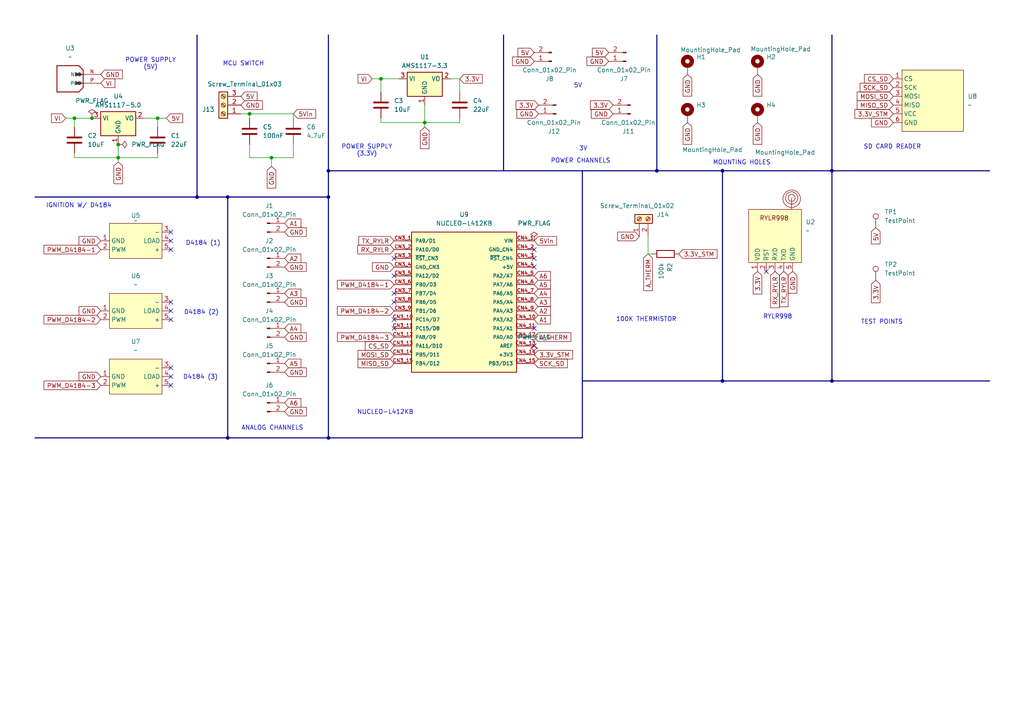
<source format=kicad_sch>
(kicad_sch
	(version 20250114)
	(generator "eeschema")
	(generator_version "9.0")
	(uuid "8a723f0a-b17e-4a31-90d6-daabdafd3af1")
	(paper "A4")
	(title_block
		(title "FireSide v2.0")
		(company "thrustMIT")
	)
	(lib_symbols
		(symbol "Connector:Conn_01x02_Pin"
			(pin_names
				(offset 1.016)
				(hide yes)
			)
			(exclude_from_sim no)
			(in_bom yes)
			(on_board yes)
			(property "Reference" "J"
				(at 0 2.54 0)
				(effects
					(font
						(size 1.27 1.27)
					)
				)
			)
			(property "Value" "Conn_01x02_Pin"
				(at 0 -5.08 0)
				(effects
					(font
						(size 1.27 1.27)
					)
				)
			)
			(property "Footprint" ""
				(at 0 0 0)
				(effects
					(font
						(size 1.27 1.27)
					)
					(hide yes)
				)
			)
			(property "Datasheet" "~"
				(at 0 0 0)
				(effects
					(font
						(size 1.27 1.27)
					)
					(hide yes)
				)
			)
			(property "Description" "Generic connector, single row, 01x02, script generated"
				(at 0 0 0)
				(effects
					(font
						(size 1.27 1.27)
					)
					(hide yes)
				)
			)
			(property "ki_locked" ""
				(at 0 0 0)
				(effects
					(font
						(size 1.27 1.27)
					)
				)
			)
			(property "ki_keywords" "connector"
				(at 0 0 0)
				(effects
					(font
						(size 1.27 1.27)
					)
					(hide yes)
				)
			)
			(property "ki_fp_filters" "Connector*:*_1x??_*"
				(at 0 0 0)
				(effects
					(font
						(size 1.27 1.27)
					)
					(hide yes)
				)
			)
			(symbol "Conn_01x02_Pin_1_1"
				(rectangle
					(start 0.8636 0.127)
					(end 0 -0.127)
					(stroke
						(width 0.1524)
						(type default)
					)
					(fill
						(type outline)
					)
				)
				(rectangle
					(start 0.8636 -2.413)
					(end 0 -2.667)
					(stroke
						(width 0.1524)
						(type default)
					)
					(fill
						(type outline)
					)
				)
				(polyline
					(pts
						(xy 1.27 0) (xy 0.8636 0)
					)
					(stroke
						(width 0.1524)
						(type default)
					)
					(fill
						(type none)
					)
				)
				(polyline
					(pts
						(xy 1.27 -2.54) (xy 0.8636 -2.54)
					)
					(stroke
						(width 0.1524)
						(type default)
					)
					(fill
						(type none)
					)
				)
				(pin passive line
					(at 5.08 0 180)
					(length 3.81)
					(name "Pin_1"
						(effects
							(font
								(size 1.27 1.27)
							)
						)
					)
					(number "1"
						(effects
							(font
								(size 1.27 1.27)
							)
						)
					)
				)
				(pin passive line
					(at 5.08 -2.54 180)
					(length 3.81)
					(name "Pin_2"
						(effects
							(font
								(size 1.27 1.27)
							)
						)
					)
					(number "2"
						(effects
							(font
								(size 1.27 1.27)
							)
						)
					)
				)
			)
			(embedded_fonts no)
		)
		(symbol "Connector:Screw_Terminal_01x02"
			(pin_names
				(offset 1.016)
				(hide yes)
			)
			(exclude_from_sim no)
			(in_bom yes)
			(on_board yes)
			(property "Reference" "J"
				(at 0 2.54 0)
				(effects
					(font
						(size 1.27 1.27)
					)
				)
			)
			(property "Value" "Screw_Terminal_01x02"
				(at 0 -5.08 0)
				(effects
					(font
						(size 1.27 1.27)
					)
				)
			)
			(property "Footprint" ""
				(at 0 0 0)
				(effects
					(font
						(size 1.27 1.27)
					)
					(hide yes)
				)
			)
			(property "Datasheet" "~"
				(at 0 0 0)
				(effects
					(font
						(size 1.27 1.27)
					)
					(hide yes)
				)
			)
			(property "Description" "Generic screw terminal, single row, 01x02, script generated (kicad-library-utils/schlib/autogen/connector/)"
				(at 0 0 0)
				(effects
					(font
						(size 1.27 1.27)
					)
					(hide yes)
				)
			)
			(property "ki_keywords" "screw terminal"
				(at 0 0 0)
				(effects
					(font
						(size 1.27 1.27)
					)
					(hide yes)
				)
			)
			(property "ki_fp_filters" "TerminalBlock*:*"
				(at 0 0 0)
				(effects
					(font
						(size 1.27 1.27)
					)
					(hide yes)
				)
			)
			(symbol "Screw_Terminal_01x02_1_1"
				(rectangle
					(start -1.27 1.27)
					(end 1.27 -3.81)
					(stroke
						(width 0.254)
						(type default)
					)
					(fill
						(type background)
					)
				)
				(polyline
					(pts
						(xy -0.5334 0.3302) (xy 0.3302 -0.508)
					)
					(stroke
						(width 0.1524)
						(type default)
					)
					(fill
						(type none)
					)
				)
				(polyline
					(pts
						(xy -0.5334 -2.2098) (xy 0.3302 -3.048)
					)
					(stroke
						(width 0.1524)
						(type default)
					)
					(fill
						(type none)
					)
				)
				(polyline
					(pts
						(xy -0.3556 0.508) (xy 0.508 -0.3302)
					)
					(stroke
						(width 0.1524)
						(type default)
					)
					(fill
						(type none)
					)
				)
				(polyline
					(pts
						(xy -0.3556 -2.032) (xy 0.508 -2.8702)
					)
					(stroke
						(width 0.1524)
						(type default)
					)
					(fill
						(type none)
					)
				)
				(circle
					(center 0 0)
					(radius 0.635)
					(stroke
						(width 0.1524)
						(type default)
					)
					(fill
						(type none)
					)
				)
				(circle
					(center 0 -2.54)
					(radius 0.635)
					(stroke
						(width 0.1524)
						(type default)
					)
					(fill
						(type none)
					)
				)
				(pin passive line
					(at -5.08 0 0)
					(length 3.81)
					(name "Pin_1"
						(effects
							(font
								(size 1.27 1.27)
							)
						)
					)
					(number "1"
						(effects
							(font
								(size 1.27 1.27)
							)
						)
					)
				)
				(pin passive line
					(at -5.08 -2.54 0)
					(length 3.81)
					(name "Pin_2"
						(effects
							(font
								(size 1.27 1.27)
							)
						)
					)
					(number "2"
						(effects
							(font
								(size 1.27 1.27)
							)
						)
					)
				)
			)
			(embedded_fonts no)
		)
		(symbol "Connector:Screw_Terminal_01x03"
			(pin_names
				(offset 1.016)
				(hide yes)
			)
			(exclude_from_sim no)
			(in_bom yes)
			(on_board yes)
			(property "Reference" "J"
				(at 0 5.08 0)
				(effects
					(font
						(size 1.27 1.27)
					)
				)
			)
			(property "Value" "Screw_Terminal_01x03"
				(at 0 -5.08 0)
				(effects
					(font
						(size 1.27 1.27)
					)
				)
			)
			(property "Footprint" ""
				(at 0 0 0)
				(effects
					(font
						(size 1.27 1.27)
					)
					(hide yes)
				)
			)
			(property "Datasheet" "~"
				(at 0 0 0)
				(effects
					(font
						(size 1.27 1.27)
					)
					(hide yes)
				)
			)
			(property "Description" "Generic screw terminal, single row, 01x03, script generated (kicad-library-utils/schlib/autogen/connector/)"
				(at 0 0 0)
				(effects
					(font
						(size 1.27 1.27)
					)
					(hide yes)
				)
			)
			(property "ki_keywords" "screw terminal"
				(at 0 0 0)
				(effects
					(font
						(size 1.27 1.27)
					)
					(hide yes)
				)
			)
			(property "ki_fp_filters" "TerminalBlock*:*"
				(at 0 0 0)
				(effects
					(font
						(size 1.27 1.27)
					)
					(hide yes)
				)
			)
			(symbol "Screw_Terminal_01x03_1_1"
				(rectangle
					(start -1.27 3.81)
					(end 1.27 -3.81)
					(stroke
						(width 0.254)
						(type default)
					)
					(fill
						(type background)
					)
				)
				(polyline
					(pts
						(xy -0.5334 2.8702) (xy 0.3302 2.032)
					)
					(stroke
						(width 0.1524)
						(type default)
					)
					(fill
						(type none)
					)
				)
				(polyline
					(pts
						(xy -0.5334 0.3302) (xy 0.3302 -0.508)
					)
					(stroke
						(width 0.1524)
						(type default)
					)
					(fill
						(type none)
					)
				)
				(polyline
					(pts
						(xy -0.5334 -2.2098) (xy 0.3302 -3.048)
					)
					(stroke
						(width 0.1524)
						(type default)
					)
					(fill
						(type none)
					)
				)
				(polyline
					(pts
						(xy -0.3556 3.048) (xy 0.508 2.2098)
					)
					(stroke
						(width 0.1524)
						(type default)
					)
					(fill
						(type none)
					)
				)
				(polyline
					(pts
						(xy -0.3556 0.508) (xy 0.508 -0.3302)
					)
					(stroke
						(width 0.1524)
						(type default)
					)
					(fill
						(type none)
					)
				)
				(polyline
					(pts
						(xy -0.3556 -2.032) (xy 0.508 -2.8702)
					)
					(stroke
						(width 0.1524)
						(type default)
					)
					(fill
						(type none)
					)
				)
				(circle
					(center 0 2.54)
					(radius 0.635)
					(stroke
						(width 0.1524)
						(type default)
					)
					(fill
						(type none)
					)
				)
				(circle
					(center 0 0)
					(radius 0.635)
					(stroke
						(width 0.1524)
						(type default)
					)
					(fill
						(type none)
					)
				)
				(circle
					(center 0 -2.54)
					(radius 0.635)
					(stroke
						(width 0.1524)
						(type default)
					)
					(fill
						(type none)
					)
				)
				(pin passive line
					(at -5.08 2.54 0)
					(length 3.81)
					(name "Pin_1"
						(effects
							(font
								(size 1.27 1.27)
							)
						)
					)
					(number "1"
						(effects
							(font
								(size 1.27 1.27)
							)
						)
					)
				)
				(pin passive line
					(at -5.08 0 0)
					(length 3.81)
					(name "Pin_2"
						(effects
							(font
								(size 1.27 1.27)
							)
						)
					)
					(number "2"
						(effects
							(font
								(size 1.27 1.27)
							)
						)
					)
				)
				(pin passive line
					(at -5.08 -2.54 0)
					(length 3.81)
					(name "Pin_3"
						(effects
							(font
								(size 1.27 1.27)
							)
						)
					)
					(number "3"
						(effects
							(font
								(size 1.27 1.27)
							)
						)
					)
				)
			)
			(embedded_fonts no)
		)
		(symbol "Connector:TestPoint"
			(pin_numbers
				(hide yes)
			)
			(pin_names
				(offset 0.762)
				(hide yes)
			)
			(exclude_from_sim no)
			(in_bom yes)
			(on_board yes)
			(property "Reference" "TP"
				(at 0 6.858 0)
				(effects
					(font
						(size 1.27 1.27)
					)
				)
			)
			(property "Value" "TestPoint"
				(at 0 5.08 0)
				(effects
					(font
						(size 1.27 1.27)
					)
				)
			)
			(property "Footprint" ""
				(at 5.08 0 0)
				(effects
					(font
						(size 1.27 1.27)
					)
					(hide yes)
				)
			)
			(property "Datasheet" "~"
				(at 5.08 0 0)
				(effects
					(font
						(size 1.27 1.27)
					)
					(hide yes)
				)
			)
			(property "Description" "test point"
				(at 0 0 0)
				(effects
					(font
						(size 1.27 1.27)
					)
					(hide yes)
				)
			)
			(property "ki_keywords" "test point tp"
				(at 0 0 0)
				(effects
					(font
						(size 1.27 1.27)
					)
					(hide yes)
				)
			)
			(property "ki_fp_filters" "Pin* Test*"
				(at 0 0 0)
				(effects
					(font
						(size 1.27 1.27)
					)
					(hide yes)
				)
			)
			(symbol "TestPoint_0_1"
				(circle
					(center 0 3.302)
					(radius 0.762)
					(stroke
						(width 0)
						(type default)
					)
					(fill
						(type none)
					)
				)
			)
			(symbol "TestPoint_1_1"
				(pin passive line
					(at 0 0 90)
					(length 2.54)
					(name "1"
						(effects
							(font
								(size 1.27 1.27)
							)
						)
					)
					(number "1"
						(effects
							(font
								(size 1.27 1.27)
							)
						)
					)
				)
			)
			(embedded_fonts no)
		)
		(symbol "Device:C"
			(pin_numbers
				(hide yes)
			)
			(pin_names
				(offset 0.254)
			)
			(exclude_from_sim no)
			(in_bom yes)
			(on_board yes)
			(property "Reference" "C"
				(at 0.635 2.54 0)
				(effects
					(font
						(size 1.27 1.27)
					)
					(justify left)
				)
			)
			(property "Value" "C"
				(at 0.635 -2.54 0)
				(effects
					(font
						(size 1.27 1.27)
					)
					(justify left)
				)
			)
			(property "Footprint" ""
				(at 0.9652 -3.81 0)
				(effects
					(font
						(size 1.27 1.27)
					)
					(hide yes)
				)
			)
			(property "Datasheet" "~"
				(at 0 0 0)
				(effects
					(font
						(size 1.27 1.27)
					)
					(hide yes)
				)
			)
			(property "Description" "Unpolarized capacitor"
				(at 0 0 0)
				(effects
					(font
						(size 1.27 1.27)
					)
					(hide yes)
				)
			)
			(property "ki_keywords" "cap capacitor"
				(at 0 0 0)
				(effects
					(font
						(size 1.27 1.27)
					)
					(hide yes)
				)
			)
			(property "ki_fp_filters" "C_*"
				(at 0 0 0)
				(effects
					(font
						(size 1.27 1.27)
					)
					(hide yes)
				)
			)
			(symbol "C_0_1"
				(polyline
					(pts
						(xy -2.032 0.762) (xy 2.032 0.762)
					)
					(stroke
						(width 0.508)
						(type default)
					)
					(fill
						(type none)
					)
				)
				(polyline
					(pts
						(xy -2.032 -0.762) (xy 2.032 -0.762)
					)
					(stroke
						(width 0.508)
						(type default)
					)
					(fill
						(type none)
					)
				)
			)
			(symbol "C_1_1"
				(pin passive line
					(at 0 3.81 270)
					(length 2.794)
					(name "~"
						(effects
							(font
								(size 1.27 1.27)
							)
						)
					)
					(number "1"
						(effects
							(font
								(size 1.27 1.27)
							)
						)
					)
				)
				(pin passive line
					(at 0 -3.81 90)
					(length 2.794)
					(name "~"
						(effects
							(font
								(size 1.27 1.27)
							)
						)
					)
					(number "2"
						(effects
							(font
								(size 1.27 1.27)
							)
						)
					)
				)
			)
			(embedded_fonts no)
		)
		(symbol "Device:R"
			(pin_numbers
				(hide yes)
			)
			(pin_names
				(offset 0)
			)
			(exclude_from_sim no)
			(in_bom yes)
			(on_board yes)
			(property "Reference" "R"
				(at 2.032 0 90)
				(effects
					(font
						(size 1.27 1.27)
					)
				)
			)
			(property "Value" "R"
				(at 0 0 90)
				(effects
					(font
						(size 1.27 1.27)
					)
				)
			)
			(property "Footprint" ""
				(at -1.778 0 90)
				(effects
					(font
						(size 1.27 1.27)
					)
					(hide yes)
				)
			)
			(property "Datasheet" "~"
				(at 0 0 0)
				(effects
					(font
						(size 1.27 1.27)
					)
					(hide yes)
				)
			)
			(property "Description" "Resistor"
				(at 0 0 0)
				(effects
					(font
						(size 1.27 1.27)
					)
					(hide yes)
				)
			)
			(property "ki_keywords" "R res resistor"
				(at 0 0 0)
				(effects
					(font
						(size 1.27 1.27)
					)
					(hide yes)
				)
			)
			(property "ki_fp_filters" "R_*"
				(at 0 0 0)
				(effects
					(font
						(size 1.27 1.27)
					)
					(hide yes)
				)
			)
			(symbol "R_0_1"
				(rectangle
					(start -1.016 -2.54)
					(end 1.016 2.54)
					(stroke
						(width 0.254)
						(type default)
					)
					(fill
						(type none)
					)
				)
			)
			(symbol "R_1_1"
				(pin passive line
					(at 0 3.81 270)
					(length 1.27)
					(name "~"
						(effects
							(font
								(size 1.27 1.27)
							)
						)
					)
					(number "1"
						(effects
							(font
								(size 1.27 1.27)
							)
						)
					)
				)
				(pin passive line
					(at 0 -3.81 90)
					(length 1.27)
					(name "~"
						(effects
							(font
								(size 1.27 1.27)
							)
						)
					)
					(number "2"
						(effects
							(font
								(size 1.27 1.27)
							)
						)
					)
				)
			)
			(embedded_fonts no)
		)
		(symbol "FireSide v2.0 symbols:D4184"
			(exclude_from_sim no)
			(in_bom yes)
			(on_board yes)
			(property "Reference" "U"
				(at 0 0 0)
				(effects
					(font
						(size 1.27 1.27)
					)
				)
			)
			(property "Value" ""
				(at 0 0 0)
				(effects
					(font
						(size 1.27 1.27)
					)
				)
			)
			(property "Footprint" ""
				(at 0 0 0)
				(effects
					(font
						(size 1.27 1.27)
					)
					(hide yes)
				)
			)
			(property "Datasheet" ""
				(at 0 0 0)
				(effects
					(font
						(size 1.27 1.27)
					)
					(hide yes)
				)
			)
			(property "Description" ""
				(at 0 0 0)
				(effects
					(font
						(size 1.27 1.27)
					)
					(hide yes)
				)
			)
			(symbol "D4184_1_1"
				(rectangle
					(start -7.62 -2.54)
					(end 7.62 -12.7)
					(stroke
						(width 0)
						(type default)
					)
					(fill
						(type background)
					)
				)
				(pin power_in line
					(at -10.16 -7.62 0)
					(length 2.54)
					(name "GND"
						(effects
							(font
								(size 1.27 1.27)
							)
						)
					)
					(number "1"
						(effects
							(font
								(size 1.27 1.27)
							)
						)
					)
				)
				(pin input line
					(at -10.16 -10.16 0)
					(length 2.54)
					(name "PWM"
						(effects
							(font
								(size 1.27 1.27)
							)
						)
					)
					(number "2"
						(effects
							(font
								(size 1.27 1.27)
							)
						)
					)
				)
				(pin power_in line
					(at 10.16 -5.08 180)
					(length 2.54)
					(name "-"
						(effects
							(font
								(size 1.27 1.27)
							)
						)
					)
					(number "3"
						(effects
							(font
								(size 1.27 1.27)
							)
						)
					)
				)
				(pin output line
					(at 10.16 -7.62 180)
					(length 2.54)
					(name "LOAD"
						(effects
							(font
								(size 1.27 1.27)
							)
						)
					)
					(number "4"
						(effects
							(font
								(size 1.27 1.27)
							)
						)
					)
				)
				(pin output line
					(at 10.16 -10.16 180)
					(length 2.54)
					(name "+"
						(effects
							(font
								(size 1.27 1.27)
							)
						)
					)
					(number "5"
						(effects
							(font
								(size 1.27 1.27)
							)
						)
					)
				)
			)
			(embedded_fonts no)
		)
		(symbol "FireSide v2.0 symbols:NUCLEO-L412KB"
			(pin_names
				(offset 1.016)
			)
			(exclude_from_sim no)
			(in_bom yes)
			(on_board yes)
			(property "Reference" "U"
				(at -15.24 21.082 0)
				(effects
					(font
						(size 1.27 1.27)
					)
					(justify left bottom)
				)
			)
			(property "Value" "NUCLEO-L412KB"
				(at -15.24 -22.86 0)
				(effects
					(font
						(size 1.27 1.27)
					)
					(justify left bottom)
				)
			)
			(property "Footprint" "NUCLEO-L412KB:MODULE_NUCLEO-L412KB"
				(at 0 0 0)
				(effects
					(font
						(size 1.27 1.27)
					)
					(justify bottom)
					(hide yes)
				)
			)
			(property "Datasheet" ""
				(at 0 0 0)
				(effects
					(font
						(size 1.27 1.27)
					)
					(hide yes)
				)
			)
			(property "Description" ""
				(at 0 0 0)
				(effects
					(font
						(size 1.27 1.27)
					)
					(hide yes)
				)
			)
			(property "MF" "STMicroelectronics"
				(at 0 0 0)
				(effects
					(font
						(size 1.27 1.27)
					)
					(justify bottom)
					(hide yes)
				)
			)
			(property "MAXIMUM_PACKAGE_HEIGHT" "14.5mm"
				(at 0 0 0)
				(effects
					(font
						(size 1.27 1.27)
					)
					(justify bottom)
					(hide yes)
				)
			)
			(property "Package" "None"
				(at 0 0 0)
				(effects
					(font
						(size 1.27 1.27)
					)
					(justify bottom)
					(hide yes)
				)
			)
			(property "Price" "None"
				(at 0 0 0)
				(effects
					(font
						(size 1.27 1.27)
					)
					(justify bottom)
					(hide yes)
				)
			)
			(property "Check_prices" "https://www.snapeda.com/parts/NUCLEO-L412KB/STMicroelectronics/view-part/?ref=eda"
				(at 0 0 0)
				(effects
					(font
						(size 1.27 1.27)
					)
					(justify bottom)
					(hide yes)
				)
			)
			(property "STANDARD" "Manufacturer Recommendations"
				(at 0 0 0)
				(effects
					(font
						(size 1.27 1.27)
					)
					(justify bottom)
					(hide yes)
				)
			)
			(property "PARTREV" "8"
				(at 0 0 0)
				(effects
					(font
						(size 1.27 1.27)
					)
					(justify bottom)
					(hide yes)
				)
			)
			(property "SnapEDA_Link" "https://www.snapeda.com/parts/NUCLEO-L412KB/STMicroelectronics/view-part/?ref=snap"
				(at 0 0 0)
				(effects
					(font
						(size 1.27 1.27)
					)
					(justify bottom)
					(hide yes)
				)
			)
			(property "MP" "NUCLEO-L412KB"
				(at 0 0 0)
				(effects
					(font
						(size 1.27 1.27)
					)
					(justify bottom)
					(hide yes)
				)
			)
			(property "Description_1" "STM32L412KB, mbed-Enabled Development Nucleo-32 series - MCU 32-Bit Embedded Evaluation Board"
				(at 0 0 0)
				(effects
					(font
						(size 1.27 1.27)
					)
					(justify bottom)
					(hide yes)
				)
			)
			(property "Availability" "In Stock"
				(at 0 0 0)
				(effects
					(font
						(size 1.27 1.27)
					)
					(justify bottom)
					(hide yes)
				)
			)
			(property "MANUFACTURER" "STMicroelectronics"
				(at 0 0 0)
				(effects
					(font
						(size 1.27 1.27)
					)
					(justify bottom)
					(hide yes)
				)
			)
			(symbol "NUCLEO-L412KB_0_0"
				(rectangle
					(start -15.24 -20.32)
					(end 15.24 20.32)
					(stroke
						(width 0.254)
						(type default)
					)
					(fill
						(type background)
					)
				)
				(pin bidirectional line
					(at -20.32 17.78 0)
					(length 5.08)
					(name "PA9/D1"
						(effects
							(font
								(size 1.016 1.016)
							)
						)
					)
					(number "CN3_1"
						(effects
							(font
								(size 1.016 1.016)
							)
						)
					)
				)
				(pin bidirectional line
					(at -20.32 15.24 0)
					(length 5.08)
					(name "PA10/D0"
						(effects
							(font
								(size 1.016 1.016)
							)
						)
					)
					(number "CN3_2"
						(effects
							(font
								(size 1.016 1.016)
							)
						)
					)
				)
				(pin bidirectional line
					(at -20.32 12.7 0)
					(length 5.08)
					(name "~{RST}_CN3"
						(effects
							(font
								(size 1.016 1.016)
							)
						)
					)
					(number "CN3_3"
						(effects
							(font
								(size 1.016 1.016)
							)
						)
					)
				)
				(pin power_in line
					(at -20.32 10.16 0)
					(length 5.08)
					(name "GND_CN3"
						(effects
							(font
								(size 1.016 1.016)
							)
						)
					)
					(number "CN3_4"
						(effects
							(font
								(size 1.016 1.016)
							)
						)
					)
				)
				(pin bidirectional line
					(at -20.32 7.62 0)
					(length 5.08)
					(name "PA12/D2"
						(effects
							(font
								(size 1.016 1.016)
							)
						)
					)
					(number "CN3_5"
						(effects
							(font
								(size 1.016 1.016)
							)
						)
					)
				)
				(pin bidirectional line
					(at -20.32 5.08 0)
					(length 5.08)
					(name "PB0/D3"
						(effects
							(font
								(size 1.016 1.016)
							)
						)
					)
					(number "CN3_6"
						(effects
							(font
								(size 1.016 1.016)
							)
						)
					)
				)
				(pin bidirectional line
					(at -20.32 2.54 0)
					(length 5.08)
					(name "PB7/D4"
						(effects
							(font
								(size 1.016 1.016)
							)
						)
					)
					(number "CN3_7"
						(effects
							(font
								(size 1.016 1.016)
							)
						)
					)
				)
				(pin bidirectional line
					(at -20.32 0 0)
					(length 5.08)
					(name "PB6/D5"
						(effects
							(font
								(size 1.016 1.016)
							)
						)
					)
					(number "CN3_8"
						(effects
							(font
								(size 1.016 1.016)
							)
						)
					)
				)
				(pin bidirectional line
					(at -20.32 -2.54 0)
					(length 5.08)
					(name "PB1/D6"
						(effects
							(font
								(size 1.016 1.016)
							)
						)
					)
					(number "CN3_9"
						(effects
							(font
								(size 1.016 1.016)
							)
						)
					)
				)
				(pin bidirectional line
					(at -20.32 -5.08 0)
					(length 5.08)
					(name "PC14/D7"
						(effects
							(font
								(size 1.016 1.016)
							)
						)
					)
					(number "CN3_10"
						(effects
							(font
								(size 1.016 1.016)
							)
						)
					)
				)
				(pin bidirectional line
					(at -20.32 -7.62 0)
					(length 5.08)
					(name "PC15/D8"
						(effects
							(font
								(size 1.016 1.016)
							)
						)
					)
					(number "CN3_11"
						(effects
							(font
								(size 1.016 1.016)
							)
						)
					)
				)
				(pin bidirectional line
					(at -20.32 -10.16 0)
					(length 5.08)
					(name "PA8/D9"
						(effects
							(font
								(size 1.016 1.016)
							)
						)
					)
					(number "CN3_12"
						(effects
							(font
								(size 1.016 1.016)
							)
						)
					)
				)
				(pin bidirectional line
					(at -20.32 -12.7 0)
					(length 5.08)
					(name "PA11/D10"
						(effects
							(font
								(size 1.016 1.016)
							)
						)
					)
					(number "CN3_13"
						(effects
							(font
								(size 1.016 1.016)
							)
						)
					)
				)
				(pin bidirectional line
					(at -20.32 -15.24 0)
					(length 5.08)
					(name "PB5/D11"
						(effects
							(font
								(size 1.016 1.016)
							)
						)
					)
					(number "CN3_14"
						(effects
							(font
								(size 1.016 1.016)
							)
						)
					)
				)
				(pin bidirectional line
					(at -20.32 -17.78 0)
					(length 5.08)
					(name "PB4/D12"
						(effects
							(font
								(size 1.016 1.016)
							)
						)
					)
					(number "CN3_15"
						(effects
							(font
								(size 1.016 1.016)
							)
						)
					)
				)
				(pin power_in line
					(at 20.32 17.78 180)
					(length 5.08)
					(name "VIN"
						(effects
							(font
								(size 1.016 1.016)
							)
						)
					)
					(number "CN4_1"
						(effects
							(font
								(size 1.016 1.016)
							)
						)
					)
				)
				(pin power_in line
					(at 20.32 15.24 180)
					(length 5.08)
					(name "GND_CN4"
						(effects
							(font
								(size 1.016 1.016)
							)
						)
					)
					(number "CN4_2"
						(effects
							(font
								(size 1.016 1.016)
							)
						)
					)
				)
				(pin bidirectional line
					(at 20.32 12.7 180)
					(length 5.08)
					(name "~{RST}_CN4"
						(effects
							(font
								(size 1.016 1.016)
							)
						)
					)
					(number "CN4_3"
						(effects
							(font
								(size 1.016 1.016)
							)
						)
					)
				)
				(pin power_in line
					(at 20.32 10.16 180)
					(length 5.08)
					(name "+5V"
						(effects
							(font
								(size 1.016 1.016)
							)
						)
					)
					(number "CN4_4"
						(effects
							(font
								(size 1.016 1.016)
							)
						)
					)
				)
				(pin bidirectional line
					(at 20.32 7.62 180)
					(length 5.08)
					(name "PA2/A7"
						(effects
							(font
								(size 1.016 1.016)
							)
						)
					)
					(number "CN4_5"
						(effects
							(font
								(size 1.016 1.016)
							)
						)
					)
				)
				(pin bidirectional line
					(at 20.32 5.08 180)
					(length 5.08)
					(name "PA7/A6"
						(effects
							(font
								(size 1.016 1.016)
							)
						)
					)
					(number "CN4_6"
						(effects
							(font
								(size 1.016 1.016)
							)
						)
					)
				)
				(pin bidirectional line
					(at 20.32 2.54 180)
					(length 5.08)
					(name "PA6/A5"
						(effects
							(font
								(size 1.016 1.016)
							)
						)
					)
					(number "CN4_7"
						(effects
							(font
								(size 1.016 1.016)
							)
						)
					)
				)
				(pin bidirectional line
					(at 20.32 0 180)
					(length 5.08)
					(name "PA5/A4"
						(effects
							(font
								(size 1.016 1.016)
							)
						)
					)
					(number "CN4_8"
						(effects
							(font
								(size 1.016 1.016)
							)
						)
					)
				)
				(pin bidirectional line
					(at 20.32 -2.54 180)
					(length 5.08)
					(name "PA4/A3"
						(effects
							(font
								(size 1.016 1.016)
							)
						)
					)
					(number "CN4_9"
						(effects
							(font
								(size 1.016 1.016)
							)
						)
					)
				)
				(pin bidirectional line
					(at 20.32 -5.08 180)
					(length 5.08)
					(name "PA3/A2"
						(effects
							(font
								(size 1.016 1.016)
							)
						)
					)
					(number "CN4_10"
						(effects
							(font
								(size 1.016 1.016)
							)
						)
					)
				)
				(pin bidirectional line
					(at 20.32 -7.62 180)
					(length 5.08)
					(name "PA1/A1"
						(effects
							(font
								(size 1.016 1.016)
							)
						)
					)
					(number "CN4_11"
						(effects
							(font
								(size 1.016 1.016)
							)
						)
					)
				)
				(pin bidirectional line
					(at 20.32 -10.16 180)
					(length 5.08)
					(name "PA0/A0"
						(effects
							(font
								(size 1.016 1.016)
							)
						)
					)
					(number "CN4_12"
						(effects
							(font
								(size 1.016 1.016)
							)
						)
					)
				)
				(pin input line
					(at 20.32 -12.7 180)
					(length 5.08)
					(name "AREF"
						(effects
							(font
								(size 1.016 1.016)
							)
						)
					)
					(number "CN4_13"
						(effects
							(font
								(size 1.016 1.016)
							)
						)
					)
				)
				(pin power_in line
					(at 20.32 -15.24 180)
					(length 5.08)
					(name "+3V3"
						(effects
							(font
								(size 1.016 1.016)
							)
						)
					)
					(number "CN4_14"
						(effects
							(font
								(size 1.016 1.016)
							)
						)
					)
				)
				(pin bidirectional line
					(at 20.32 -17.78 180)
					(length 5.08)
					(name "PB3/D13"
						(effects
							(font
								(size 1.016 1.016)
							)
						)
					)
					(number "CN4_15"
						(effects
							(font
								(size 1.016 1.016)
							)
						)
					)
				)
			)
			(embedded_fonts no)
		)
		(symbol "FireSide v2.0 symbols:RYLR998"
			(exclude_from_sim no)
			(in_bom yes)
			(on_board yes)
			(property "Reference" "U"
				(at 0 0 0)
				(effects
					(font
						(size 1.27 1.27)
					)
				)
			)
			(property "Value" ""
				(at 0 0 0)
				(effects
					(font
						(size 1.27 1.27)
					)
				)
			)
			(property "Footprint" ""
				(at 0 0 0)
				(effects
					(font
						(size 1.27 1.27)
					)
					(hide yes)
				)
			)
			(property "Datasheet" ""
				(at 0 0 0)
				(effects
					(font
						(size 1.27 1.27)
					)
					(hide yes)
				)
			)
			(property "Description" ""
				(at 0 0 0)
				(effects
					(font
						(size 1.27 1.27)
					)
					(hide yes)
				)
			)
			(symbol "RYLR998_0_1"
				(circle
					(center 4.826 1.016)
					(radius 1.016)
					(stroke
						(width 0)
						(type default)
					)
					(fill
						(type none)
					)
				)
				(circle
					(center 4.826 1.016)
					(radius 1.778)
					(stroke
						(width 0)
						(type default)
					)
					(fill
						(type none)
					)
				)
				(circle
					(center 4.826 0.762)
					(radius 2.54)
					(stroke
						(width 0)
						(type default)
					)
					(fill
						(type none)
					)
				)
				(polyline
					(pts
						(xy 4.826 -2.286) (xy 4.826 1.016)
					)
					(stroke
						(width 0)
						(type default)
					)
					(fill
						(type none)
					)
				)
			)
			(symbol "RYLR998_1_1"
				(rectangle
					(start -7.62 -2.286)
					(end 7.62 -17.78)
					(stroke
						(width 0)
						(type default)
					)
					(fill
						(type background)
					)
				)
				(text "RYLR998\n"
					(at -0.254 -4.826 0)
					(effects
						(font
							(size 1.27 1.27)
						)
					)
				)
				(pin input line
					(at -5.08 -20.32 90)
					(length 2.54)
					(name "VDD"
						(effects
							(font
								(size 1.27 1.27)
							)
						)
					)
					(number "1"
						(effects
							(font
								(size 1.27 1.27)
							)
						)
					)
				)
				(pin input line
					(at -2.54 -20.32 90)
					(length 2.54)
					(name "RST"
						(effects
							(font
								(size 1.27 1.27)
							)
						)
					)
					(number "2"
						(effects
							(font
								(size 1.27 1.27)
							)
						)
					)
				)
				(pin input line
					(at 0 -20.32 90)
					(length 2.54)
					(name "RXD"
						(effects
							(font
								(size 1.27 1.27)
							)
						)
					)
					(number "3"
						(effects
							(font
								(size 1.27 1.27)
							)
						)
					)
				)
				(pin input line
					(at 2.54 -20.32 90)
					(length 2.54)
					(name "TXD"
						(effects
							(font
								(size 1.27 1.27)
							)
						)
					)
					(number "4"
						(effects
							(font
								(size 1.27 1.27)
							)
						)
					)
				)
				(pin input line
					(at 5.08 -20.32 90)
					(length 2.54)
					(name "GND"
						(effects
							(font
								(size 1.27 1.27)
							)
						)
					)
					(number "5"
						(effects
							(font
								(size 1.27 1.27)
							)
						)
					)
				)
			)
			(embedded_fonts no)
		)
		(symbol "FireSide v2.0 symbols:SD_Card_Reader"
			(exclude_from_sim no)
			(in_bom yes)
			(on_board yes)
			(property "Reference" "U"
				(at 0 0 0)
				(effects
					(font
						(size 1.27 1.27)
					)
				)
			)
			(property "Value" ""
				(at 0 0 0)
				(effects
					(font
						(size 1.27 1.27)
					)
				)
			)
			(property "Footprint" ""
				(at 0 0 0)
				(effects
					(font
						(size 1.27 1.27)
					)
					(hide yes)
				)
			)
			(property "Datasheet" ""
				(at 0 0 0)
				(effects
					(font
						(size 1.27 1.27)
					)
					(hide yes)
				)
			)
			(property "Description" ""
				(at 0 0 0)
				(effects
					(font
						(size 1.27 1.27)
					)
					(hide yes)
				)
			)
			(symbol "SD_Card_Reader_1_1"
				(rectangle
					(start 8.89 -2.54)
					(end -8.89 -20.32)
					(stroke
						(width 0)
						(type default)
					)
					(fill
						(type background)
					)
				)
				(pin input line
					(at -11.43 -5.08 0)
					(length 2.54)
					(name "CS"
						(effects
							(font
								(size 1.27 1.27)
							)
						)
					)
					(number "1"
						(effects
							(font
								(size 1.27 1.27)
							)
						)
					)
				)
				(pin input line
					(at -11.43 -7.62 0)
					(length 2.54)
					(name "SCK"
						(effects
							(font
								(size 1.27 1.27)
							)
						)
					)
					(number "2"
						(effects
							(font
								(size 1.27 1.27)
							)
						)
					)
				)
				(pin input line
					(at -11.43 -10.16 0)
					(length 2.54)
					(name "MOSI"
						(effects
							(font
								(size 1.27 1.27)
							)
						)
					)
					(number "3"
						(effects
							(font
								(size 1.27 1.27)
							)
						)
					)
				)
				(pin input line
					(at -11.43 -12.7 0)
					(length 2.54)
					(name "MISO"
						(effects
							(font
								(size 1.27 1.27)
							)
						)
					)
					(number "4"
						(effects
							(font
								(size 1.27 1.27)
							)
						)
					)
				)
				(pin input line
					(at -11.43 -15.24 0)
					(length 2.54)
					(name "VCC"
						(effects
							(font
								(size 1.27 1.27)
							)
						)
					)
					(number "5"
						(effects
							(font
								(size 1.27 1.27)
							)
						)
					)
				)
				(pin input line
					(at -11.43 -17.78 0)
					(length 2.54)
					(name "GND"
						(effects
							(font
								(size 1.27 1.27)
							)
						)
					)
					(number "6"
						(effects
							(font
								(size 1.27 1.27)
							)
						)
					)
				)
			)
			(embedded_fonts no)
		)
		(symbol "FireSide v2.0 symbols:XT60-M"
			(exclude_from_sim no)
			(in_bom yes)
			(on_board yes)
			(property "Reference" "U"
				(at 0 0 0)
				(effects
					(font
						(size 1.27 1.27)
					)
				)
			)
			(property "Value" ""
				(at 0 0 0)
				(effects
					(font
						(size 1.27 1.27)
					)
				)
			)
			(property "Footprint" ""
				(at 0 0 0)
				(effects
					(font
						(size 1.27 1.27)
					)
					(hide yes)
				)
			)
			(property "Datasheet" ""
				(at 0 0 0)
				(effects
					(font
						(size 1.27 1.27)
					)
					(hide yes)
				)
			)
			(property "Description" ""
				(at 0 0 0)
				(effects
					(font
						(size 1.27 1.27)
					)
					(hide yes)
				)
			)
			(symbol "XT60-M_0_0"
				(polyline
					(pts
						(xy -3.81 -3.81) (xy -3.81 -5.08)
					)
					(stroke
						(width 0.254)
						(type default)
					)
					(fill
						(type none)
					)
				)
				(polyline
					(pts
						(xy -3.81 -3.81) (xy -2.54 -2.54)
					)
					(stroke
						(width 0.254)
						(type default)
					)
					(fill
						(type none)
					)
				)
				(polyline
					(pts
						(xy -3.81 -5.08) (xy -3.81 -8.89)
					)
					(stroke
						(width 0.254)
						(type default)
					)
					(fill
						(type none)
					)
				)
				(polyline
					(pts
						(xy -3.81 -5.08) (xy -1.905 -5.08)
					)
					(stroke
						(width 0.254)
						(type default)
					)
					(fill
						(type none)
					)
				)
				(polyline
					(pts
						(xy -3.81 -7.62) (xy -1.905 -7.62)
					)
					(stroke
						(width 0.254)
						(type default)
					)
					(fill
						(type none)
					)
				)
				(polyline
					(pts
						(xy -3.81 -8.89) (xy -2.54 -10.16)
					)
					(stroke
						(width 0.254)
						(type default)
					)
					(fill
						(type none)
					)
				)
				(rectangle
					(start -3.175 -5.3975)
					(end -1.5875 -4.7625)
					(stroke
						(width 0.1)
						(type default)
					)
					(fill
						(type outline)
					)
				)
				(rectangle
					(start -3.175 -7.9375)
					(end -1.5875 -7.3025)
					(stroke
						(width 0.1)
						(type default)
					)
					(fill
						(type outline)
					)
				)
				(polyline
					(pts
						(xy -2.54 -10.16) (xy 3.81 -10.16)
					)
					(stroke
						(width 0.254)
						(type default)
					)
					(fill
						(type none)
					)
				)
				(polyline
					(pts
						(xy 3.81 -2.54) (xy -2.54 -2.54)
					)
					(stroke
						(width 0.254)
						(type default)
					)
					(fill
						(type none)
					)
				)
				(polyline
					(pts
						(xy 3.81 -10.16) (xy 3.81 -2.54)
					)
					(stroke
						(width 0.254)
						(type default)
					)
					(fill
						(type none)
					)
				)
				(pin passive line
					(at -8.89 -5.08 0)
					(length 5.08)
					(name "POS"
						(effects
							(font
								(size 1.016 1.016)
							)
						)
					)
					(number "P"
						(effects
							(font
								(size 1.016 1.016)
							)
						)
					)
				)
				(pin passive line
					(at -8.89 -7.62 0)
					(length 5.08)
					(name "NEG"
						(effects
							(font
								(size 1.016 1.016)
							)
						)
					)
					(number "N"
						(effects
							(font
								(size 1.016 1.016)
							)
						)
					)
				)
			)
			(embedded_fonts no)
		)
		(symbol "Mechanical:MountingHole_Pad"
			(pin_numbers
				(hide yes)
			)
			(pin_names
				(offset 1.016)
				(hide yes)
			)
			(exclude_from_sim no)
			(in_bom no)
			(on_board yes)
			(property "Reference" "H"
				(at 0 6.35 0)
				(effects
					(font
						(size 1.27 1.27)
					)
				)
			)
			(property "Value" "MountingHole_Pad"
				(at 0 4.445 0)
				(effects
					(font
						(size 1.27 1.27)
					)
				)
			)
			(property "Footprint" ""
				(at 0 0 0)
				(effects
					(font
						(size 1.27 1.27)
					)
					(hide yes)
				)
			)
			(property "Datasheet" "~"
				(at 0 0 0)
				(effects
					(font
						(size 1.27 1.27)
					)
					(hide yes)
				)
			)
			(property "Description" "Mounting Hole with connection"
				(at 0 0 0)
				(effects
					(font
						(size 1.27 1.27)
					)
					(hide yes)
				)
			)
			(property "ki_keywords" "mounting hole"
				(at 0 0 0)
				(effects
					(font
						(size 1.27 1.27)
					)
					(hide yes)
				)
			)
			(property "ki_fp_filters" "MountingHole*Pad*"
				(at 0 0 0)
				(effects
					(font
						(size 1.27 1.27)
					)
					(hide yes)
				)
			)
			(symbol "MountingHole_Pad_0_1"
				(circle
					(center 0 1.27)
					(radius 1.27)
					(stroke
						(width 1.27)
						(type default)
					)
					(fill
						(type none)
					)
				)
			)
			(symbol "MountingHole_Pad_1_1"
				(pin input line
					(at 0 -2.54 90)
					(length 2.54)
					(name "1"
						(effects
							(font
								(size 1.27 1.27)
							)
						)
					)
					(number "1"
						(effects
							(font
								(size 1.27 1.27)
							)
						)
					)
				)
			)
			(embedded_fonts no)
		)
		(symbol "Regulator_Linear:AMS1117-3.3"
			(exclude_from_sim no)
			(in_bom yes)
			(on_board yes)
			(property "Reference" "U"
				(at -3.81 3.175 0)
				(effects
					(font
						(size 1.27 1.27)
					)
				)
			)
			(property "Value" "AMS1117-3.3"
				(at 0 3.175 0)
				(effects
					(font
						(size 1.27 1.27)
					)
					(justify left)
				)
			)
			(property "Footprint" "Package_TO_SOT_SMD:SOT-223-3_TabPin2"
				(at 0 5.08 0)
				(effects
					(font
						(size 1.27 1.27)
					)
					(hide yes)
				)
			)
			(property "Datasheet" "http://www.advanced-monolithic.com/pdf/ds1117.pdf"
				(at 2.54 -6.35 0)
				(effects
					(font
						(size 1.27 1.27)
					)
					(hide yes)
				)
			)
			(property "Description" "1A Low Dropout regulator, positive, 3.3V fixed output, SOT-223"
				(at 0 0 0)
				(effects
					(font
						(size 1.27 1.27)
					)
					(hide yes)
				)
			)
			(property "ki_keywords" "linear regulator ldo fixed positive"
				(at 0 0 0)
				(effects
					(font
						(size 1.27 1.27)
					)
					(hide yes)
				)
			)
			(property "ki_fp_filters" "SOT?223*TabPin2*"
				(at 0 0 0)
				(effects
					(font
						(size 1.27 1.27)
					)
					(hide yes)
				)
			)
			(symbol "AMS1117-3.3_0_1"
				(rectangle
					(start -5.08 -5.08)
					(end 5.08 1.905)
					(stroke
						(width 0.254)
						(type default)
					)
					(fill
						(type background)
					)
				)
			)
			(symbol "AMS1117-3.3_1_1"
				(pin power_in line
					(at -7.62 0 0)
					(length 2.54)
					(name "VI"
						(effects
							(font
								(size 1.27 1.27)
							)
						)
					)
					(number "3"
						(effects
							(font
								(size 1.27 1.27)
							)
						)
					)
				)
				(pin power_in line
					(at 0 -7.62 90)
					(length 2.54)
					(name "GND"
						(effects
							(font
								(size 1.27 1.27)
							)
						)
					)
					(number "1"
						(effects
							(font
								(size 1.27 1.27)
							)
						)
					)
				)
				(pin power_out line
					(at 7.62 0 180)
					(length 2.54)
					(name "VO"
						(effects
							(font
								(size 1.27 1.27)
							)
						)
					)
					(number "2"
						(effects
							(font
								(size 1.27 1.27)
							)
						)
					)
				)
			)
			(embedded_fonts no)
		)
		(symbol "Regulator_Linear:AMS1117-5.0"
			(exclude_from_sim no)
			(in_bom yes)
			(on_board yes)
			(property "Reference" "U"
				(at -3.81 3.175 0)
				(effects
					(font
						(size 1.27 1.27)
					)
				)
			)
			(property "Value" "AMS1117-5.0"
				(at 0 3.175 0)
				(effects
					(font
						(size 1.27 1.27)
					)
					(justify left)
				)
			)
			(property "Footprint" "Package_TO_SOT_SMD:SOT-223-3_TabPin2"
				(at 0 5.08 0)
				(effects
					(font
						(size 1.27 1.27)
					)
					(hide yes)
				)
			)
			(property "Datasheet" "http://www.advanced-monolithic.com/pdf/ds1117.pdf"
				(at 2.54 -6.35 0)
				(effects
					(font
						(size 1.27 1.27)
					)
					(hide yes)
				)
			)
			(property "Description" "1A Low Dropout regulator, positive, 5.0V fixed output, SOT-223"
				(at 0 0 0)
				(effects
					(font
						(size 1.27 1.27)
					)
					(hide yes)
				)
			)
			(property "ki_keywords" "linear regulator ldo fixed positive"
				(at 0 0 0)
				(effects
					(font
						(size 1.27 1.27)
					)
					(hide yes)
				)
			)
			(property "ki_fp_filters" "SOT?223*TabPin2*"
				(at 0 0 0)
				(effects
					(font
						(size 1.27 1.27)
					)
					(hide yes)
				)
			)
			(symbol "AMS1117-5.0_0_1"
				(rectangle
					(start -5.08 -5.08)
					(end 5.08 1.905)
					(stroke
						(width 0.254)
						(type default)
					)
					(fill
						(type background)
					)
				)
			)
			(symbol "AMS1117-5.0_1_1"
				(pin power_in line
					(at -7.62 0 0)
					(length 2.54)
					(name "VI"
						(effects
							(font
								(size 1.27 1.27)
							)
						)
					)
					(number "3"
						(effects
							(font
								(size 1.27 1.27)
							)
						)
					)
				)
				(pin power_in line
					(at 0 -7.62 90)
					(length 2.54)
					(name "GND"
						(effects
							(font
								(size 1.27 1.27)
							)
						)
					)
					(number "1"
						(effects
							(font
								(size 1.27 1.27)
							)
						)
					)
				)
				(pin power_out line
					(at 7.62 0 180)
					(length 2.54)
					(name "VO"
						(effects
							(font
								(size 1.27 1.27)
							)
						)
					)
					(number "2"
						(effects
							(font
								(size 1.27 1.27)
							)
						)
					)
				)
			)
			(embedded_fonts no)
		)
		(symbol "power:PWR_FLAG"
			(power)
			(pin_numbers
				(hide yes)
			)
			(pin_names
				(offset 0)
				(hide yes)
			)
			(exclude_from_sim no)
			(in_bom yes)
			(on_board yes)
			(property "Reference" "#FLG"
				(at 0 1.905 0)
				(effects
					(font
						(size 1.27 1.27)
					)
					(hide yes)
				)
			)
			(property "Value" "PWR_FLAG"
				(at 0 3.81 0)
				(effects
					(font
						(size 1.27 1.27)
					)
				)
			)
			(property "Footprint" ""
				(at 0 0 0)
				(effects
					(font
						(size 1.27 1.27)
					)
					(hide yes)
				)
			)
			(property "Datasheet" "~"
				(at 0 0 0)
				(effects
					(font
						(size 1.27 1.27)
					)
					(hide yes)
				)
			)
			(property "Description" "Special symbol for telling ERC where power comes from"
				(at 0 0 0)
				(effects
					(font
						(size 1.27 1.27)
					)
					(hide yes)
				)
			)
			(property "ki_keywords" "flag power"
				(at 0 0 0)
				(effects
					(font
						(size 1.27 1.27)
					)
					(hide yes)
				)
			)
			(symbol "PWR_FLAG_0_0"
				(pin power_out line
					(at 0 0 90)
					(length 0)
					(name "~"
						(effects
							(font
								(size 1.27 1.27)
							)
						)
					)
					(number "1"
						(effects
							(font
								(size 1.27 1.27)
							)
						)
					)
				)
			)
			(symbol "PWR_FLAG_0_1"
				(polyline
					(pts
						(xy 0 0) (xy 0 1.27) (xy -1.016 1.905) (xy 0 2.54) (xy 1.016 1.905) (xy 0 1.27)
					)
					(stroke
						(width 0)
						(type default)
					)
					(fill
						(type none)
					)
				)
			)
			(embedded_fonts no)
		)
	)
	(text "D4184 (3)"
		(exclude_from_sim no)
		(at 58.166 109.474 0)
		(effects
			(font
				(size 1.27 1.27)
			)
		)
		(uuid "11b1057b-c12f-44a2-89ce-cb10cb75299d")
	)
	(text "RYLR998\n"
		(exclude_from_sim no)
		(at 225.552 91.948 0)
		(effects
			(font
				(size 1.27 1.27)
			)
		)
		(uuid "2bbb2f2d-87c3-40dd-972e-e4a5864c0434")
	)
	(text "IGNITION W/ D4184\n"
		(exclude_from_sim no)
		(at 22.86 59.69 0)
		(effects
			(font
				(size 1.27 1.27)
			)
		)
		(uuid "3ad755ae-8e29-4925-a721-4e5f006ea276")
	)
	(text "SD CARD READER"
		(exclude_from_sim no)
		(at 258.826 42.672 0)
		(effects
			(font
				(size 1.27 1.27)
			)
		)
		(uuid "3e40b835-32b1-44c2-9161-e6309becef35")
	)
	(text "3V"
		(exclude_from_sim no)
		(at 169.164 43.18 0)
		(effects
			(font
				(size 1.27 1.27)
			)
		)
		(uuid "6cc6ce52-6938-462e-8efa-c3ed81aa897c")
	)
	(text "POWER SUPPLY\n(5V)"
		(exclude_from_sim no)
		(at 43.688 18.542 0)
		(effects
			(font
				(size 1.27 1.27)
			)
		)
		(uuid "943dd4f0-afa1-4fc6-b6ac-068a4f646c5b")
	)
	(text "NUCLEO-L412KB\n"
		(exclude_from_sim no)
		(at 111.76 119.634 0)
		(effects
			(font
				(size 1.27 1.27)
			)
		)
		(uuid "98acea6d-f70b-4b06-b5c3-5ab01337f251")
	)
	(text "ANALOG CHANNELS\n"
		(exclude_from_sim no)
		(at 78.994 124.206 0)
		(effects
			(font
				(size 1.27 1.27)
			)
		)
		(uuid "9dad0097-3479-43a4-b844-97f519527886")
	)
	(text "POWER SUPPLY\n(3.3V)"
		(exclude_from_sim no)
		(at 106.426 43.688 0)
		(effects
			(font
				(size 1.27 1.27)
			)
		)
		(uuid "a9f67f53-f9d0-4ba3-b727-196b00f410de")
	)
	(text "POWER CHANNELS\n"
		(exclude_from_sim no)
		(at 168.402 46.736 0)
		(effects
			(font
				(size 1.27 1.27)
			)
		)
		(uuid "aaf1e458-9770-494a-937e-a064f66a42cd")
	)
	(text "100K THERMISTOR\n"
		(exclude_from_sim no)
		(at 187.452 92.71 0)
		(effects
			(font
				(size 1.27 1.27)
			)
		)
		(uuid "c51d2cb8-a880-48b4-96c3-0c8535568261")
	)
	(text "TEST POINTS"
		(exclude_from_sim no)
		(at 255.778 93.472 0)
		(effects
			(font
				(size 1.27 1.27)
			)
		)
		(uuid "d44941a8-6005-48c8-8141-84990eaba328")
	)
	(text "5V"
		(exclude_from_sim no)
		(at 167.64 24.892 0)
		(effects
			(font
				(size 1.27 1.27)
			)
		)
		(uuid "d78e60e0-de06-41fd-8661-bb78a398cb7a")
	)
	(text "MOUNTING HOLES"
		(exclude_from_sim no)
		(at 215.138 47.244 0)
		(effects
			(font
				(size 1.27 1.27)
			)
		)
		(uuid "ebf16684-5871-4719-868a-351e47e60b59")
	)
	(text "D4184 (1)\n"
		(exclude_from_sim no)
		(at 58.928 70.612 0)
		(effects
			(font
				(size 1.27 1.27)
			)
		)
		(uuid "f00ad004-30f0-4278-b46c-84a33100811c")
	)
	(text "D4184 (2)"
		(exclude_from_sim no)
		(at 58.42 90.678 0)
		(effects
			(font
				(size 1.27 1.27)
			)
		)
		(uuid "f1926e51-1b9e-4a4f-b9db-722ccc6fe4bd")
	)
	(text "MCU SWITCH"
		(exclude_from_sim no)
		(at 70.612 18.542 0)
		(effects
			(font
				(size 1.27 1.27)
			)
		)
		(uuid "f7800268-0971-411a-8d92-0619da8a82fc")
	)
	(junction
		(at 34.29 41.91)
		(diameter 0)
		(color 0 0 0 0)
		(uuid "0533340a-e9b9-42be-9fb7-987f508ea5f5")
	)
	(junction
		(at 123.19 35.56)
		(diameter 0)
		(color 0 0 0 0)
		(uuid "0d05e5e5-a462-44ca-a4d9-f5bdb5afa337")
	)
	(junction
		(at 78.74 45.72)
		(diameter 0)
		(color 0 0 0 0)
		(uuid "112d5a35-903d-49f6-beb2-696a0161bed4")
	)
	(junction
		(at 57.15 57.15)
		(diameter 0)
		(color 0 0 0 0)
		(uuid "51ebe68d-4ee8-4c1a-ba58-abf7c75df509")
	)
	(junction
		(at 110.49 22.86)
		(diameter 0)
		(color 0 0 0 0)
		(uuid "5a2f6f6f-f865-4698-a5aa-08ccaa58e626")
	)
	(junction
		(at 21.59 34.29)
		(diameter 0)
		(color 0 0 0 0)
		(uuid "6790b6ed-a407-4ff6-9d44-fb15d00995dc")
	)
	(junction
		(at 72.39 33.02)
		(diameter 0)
		(color 0 0 0 0)
		(uuid "7189d286-d8c7-4775-ae79-f0ecb5f2e81d")
	)
	(junction
		(at 209.55 110.49)
		(diameter 0)
		(color 0 0 0 0)
		(uuid "8c3c1179-c683-4d04-92e2-44c26ec2ff2b")
	)
	(junction
		(at 34.29 45.72)
		(diameter 0)
		(color 0 0 0 0)
		(uuid "8fcd5b6d-33c9-48f3-8dc9-175c85ebdfbd")
	)
	(junction
		(at 45.72 34.29)
		(diameter 0)
		(color 0 0 0 0)
		(uuid "93a41566-0847-4cc8-87e0-90e533a75126")
	)
	(junction
		(at 209.55 49.53)
		(diameter 0)
		(color 0 0 0 0)
		(uuid "9c3c611c-e9a3-401f-a527-03f749bc27ca")
	)
	(junction
		(at 66.04 127)
		(diameter 0)
		(color 0 0 0 0)
		(uuid "a8e81515-f6cd-49bf-9252-2fdd55d5989d")
	)
	(junction
		(at 95.25 49.53)
		(diameter 0)
		(color 0 0 0 0)
		(uuid "b49fcd79-e380-48dc-9ca6-b5924778a9d9")
	)
	(junction
		(at 241.3 110.49)
		(diameter 0)
		(color 0 0 0 0)
		(uuid "d2c219e4-87c2-4bd6-bb94-2d7ce20098d1")
	)
	(junction
		(at 190.5 49.53)
		(diameter 0)
		(color 0 0 0 0)
		(uuid "d76e6fa3-61ab-4336-9647-c35cfb5c0077")
	)
	(junction
		(at 26.67 34.29)
		(diameter 0)
		(color 0 0 0 0)
		(uuid "da7328a2-c7f1-4e44-b526-51aac1ce645c")
	)
	(junction
		(at 95.25 57.15)
		(diameter 0)
		(color 0 0 0 0)
		(uuid "ead6aabb-6358-44e6-9cb0-351372903424")
	)
	(junction
		(at 66.04 57.15)
		(diameter 0)
		(color 0 0 0 0)
		(uuid "f41e317b-bee2-46b3-94d1-0b4b6a4063f7")
	)
	(junction
		(at 241.3 49.53)
		(diameter 0)
		(color 0 0 0 0)
		(uuid "f9f3a5bc-bb04-40f1-bb55-c3daf6a6a3a8")
	)
	(junction
		(at 95.25 127)
		(diameter 0)
		(color 0 0 0 0)
		(uuid "fde54d6d-7500-436f-8d68-4c6d6e4cbe4c")
	)
	(no_connect
		(at 49.53 69.85)
		(uuid "0664ae86-7c3a-45de-ba3f-a21c8491f1cd")
	)
	(no_connect
		(at 154.94 77.47)
		(uuid "20055a64-0300-4520-bdab-9fca93c30846")
	)
	(no_connect
		(at 49.53 90.17)
		(uuid "443624e7-77dd-49fd-b83a-468a705d09d3")
	)
	(no_connect
		(at 114.3 92.71)
		(uuid "4980ebcc-5de7-48ae-8fc4-efa01dae14db")
	)
	(no_connect
		(at 154.94 74.93)
		(uuid "5b3925b1-24df-469c-8706-2dc0d2ac2942")
	)
	(no_connect
		(at 114.3 85.09)
		(uuid "65f8888e-9e37-4458-b2ac-3594093d5b2a")
	)
	(no_connect
		(at 49.53 72.39)
		(uuid "6a7e5e1a-f7b8-47ba-bbb3-2fa33871bc5d")
	)
	(no_connect
		(at 49.53 106.68)
		(uuid "6aeda637-0d0c-4f6b-8878-ed998ee205df")
	)
	(no_connect
		(at 114.3 95.25)
		(uuid "76679c05-2836-4902-a5bb-788d2e71cb27")
	)
	(no_connect
		(at 49.53 109.22)
		(uuid "8961a1a3-e642-4a74-8ee4-8e91fb9c5f6b")
	)
	(no_connect
		(at 49.53 87.63)
		(uuid "8dfb3ff7-c2f6-477c-b0b7-0608e147769c")
	)
	(no_connect
		(at 114.3 74.93)
		(uuid "8eee5717-5a17-47b6-af33-d54a95d160cf")
	)
	(no_connect
		(at 49.53 67.31)
		(uuid "a8076711-9712-499a-85b7-da48adb157ec")
	)
	(no_connect
		(at 114.3 87.63)
		(uuid "a8c57465-68cb-4d20-a18f-7ce9d9760ced")
	)
	(no_connect
		(at 49.53 92.71)
		(uuid "b8d2552b-fca3-42b6-8a93-b345a4cd17b1")
	)
	(no_connect
		(at 222.25 78.74)
		(uuid "d08af0f1-5512-4f67-8a28-30ac9a5c20e6")
	)
	(no_connect
		(at 49.53 111.76)
		(uuid "d8002e50-da5f-4fc6-8d8a-a9d484bb401d")
	)
	(no_connect
		(at 154.94 100.33)
		(uuid "e194d184-6036-4bce-b6ac-83a6f61e6314")
	)
	(no_connect
		(at 114.3 80.01)
		(uuid "ec15b85e-99e9-456e-9d88-3653403576d4")
	)
	(no_connect
		(at 154.94 95.25)
		(uuid "f17d8bf8-aa37-4044-bfc5-1568c96a8eb5")
	)
	(no_connect
		(at 154.94 72.39)
		(uuid "fda3144d-6ea1-4978-98b7-6ca79b5efc61")
	)
	(bus
		(pts
			(xy 168.91 49.53) (xy 168.91 127)
		)
		(stroke
			(width 0)
			(type default)
		)
		(uuid "075ba4c3-5117-448f-90ae-f060654203d2")
	)
	(wire
		(pts
			(xy 133.35 35.56) (xy 123.19 35.56)
		)
		(stroke
			(width 0)
			(type default)
		)
		(uuid "07d76b62-0121-46b6-ba87-b7deb024f37b")
	)
	(bus
		(pts
			(xy 66.04 127) (xy 95.25 127)
		)
		(stroke
			(width 0)
			(type default)
		)
		(uuid "0c79f997-825a-4569-b682-987b5eb9cbb7")
	)
	(bus
		(pts
			(xy 241.3 10.16) (xy 241.3 49.53)
		)
		(stroke
			(width 0)
			(type default)
		)
		(uuid "0ca11eae-b082-4ea0-9a74-00baddede2ca")
	)
	(wire
		(pts
			(xy 45.72 34.29) (xy 48.26 34.29)
		)
		(stroke
			(width 0)
			(type default)
		)
		(uuid "0ed7cd91-ca3f-4fb1-a7fd-67e7dc708817")
	)
	(bus
		(pts
			(xy 209.55 49.53) (xy 241.3 49.53)
		)
		(stroke
			(width 0)
			(type default)
		)
		(uuid "0edf2b0d-5c27-4d22-a517-5230bd59f997")
	)
	(bus
		(pts
			(xy 10.16 57.15) (xy 57.15 57.15)
		)
		(stroke
			(width 0)
			(type default)
		)
		(uuid "110054fc-df78-4595-b158-ef33645b966b")
	)
	(bus
		(pts
			(xy 57.15 10.16) (xy 57.15 57.15)
		)
		(stroke
			(width 0)
			(type default)
		)
		(uuid "16491051-16d2-4c79-b63c-d72633e76281")
	)
	(wire
		(pts
			(xy 85.09 33.02) (xy 72.39 33.02)
		)
		(stroke
			(width 0)
			(type default)
		)
		(uuid "18794f64-7a64-4783-bbdc-e7b8ea8f7337")
	)
	(wire
		(pts
			(xy 45.72 45.72) (xy 34.29 45.72)
		)
		(stroke
			(width 0)
			(type default)
		)
		(uuid "24da88f7-81b9-42de-9120-e431e194f27b")
	)
	(wire
		(pts
			(xy 110.49 22.86) (xy 110.49 26.67)
		)
		(stroke
			(width 0)
			(type default)
		)
		(uuid "2b0908a9-cf87-4b60-a014-88882ab113b1")
	)
	(wire
		(pts
			(xy 123.19 35.56) (xy 123.19 36.83)
		)
		(stroke
			(width 0)
			(type default)
		)
		(uuid "339a96b2-98ee-4e8e-9162-dc1a83cc05b8")
	)
	(bus
		(pts
			(xy 190.5 10.16) (xy 190.5 49.53)
		)
		(stroke
			(width 0)
			(type default)
		)
		(uuid "38c9f1d9-3887-4c40-ab49-b27e3e1adca4")
	)
	(wire
		(pts
			(xy 130.81 22.86) (xy 133.35 22.86)
		)
		(stroke
			(width 0)
			(type default)
		)
		(uuid "455d65bd-6ec5-484b-903f-5f376050ab84")
	)
	(wire
		(pts
			(xy 110.49 34.29) (xy 110.49 35.56)
		)
		(stroke
			(width 0)
			(type default)
		)
		(uuid "45f04466-eacd-48bb-a3b4-f3c8a61af097")
	)
	(bus
		(pts
			(xy 10.16 127) (xy 66.04 127)
		)
		(stroke
			(width 0)
			(type default)
		)
		(uuid "49cf7cb0-d404-4e2e-8188-3cd4f05d68d3")
	)
	(wire
		(pts
			(xy 107.95 22.86) (xy 110.49 22.86)
		)
		(stroke
			(width 0)
			(type default)
		)
		(uuid "4a5ab81f-3bb7-4de7-a7c5-9696214147fa")
	)
	(bus
		(pts
			(xy 95.25 127) (xy 168.91 127)
		)
		(stroke
			(width 0)
			(type default)
		)
		(uuid "4dba30c0-655a-4891-87f3-cd69067b1753")
	)
	(wire
		(pts
			(xy 72.39 33.02) (xy 72.39 34.29)
		)
		(stroke
			(width 0)
			(type default)
		)
		(uuid "4f030387-3b88-4f49-a69e-459dec6e740f")
	)
	(bus
		(pts
			(xy 146.05 10.16) (xy 146.05 49.53)
		)
		(stroke
			(width 0)
			(type default)
		)
		(uuid "52e40d85-b04b-4db7-a2a3-0ee465c284d1")
	)
	(wire
		(pts
			(xy 85.09 34.29) (xy 85.09 33.02)
		)
		(stroke
			(width 0)
			(type default)
		)
		(uuid "5bd5c001-352b-4ebb-b7b5-c48074f13e0f")
	)
	(wire
		(pts
			(xy 45.72 34.29) (xy 45.72 36.83)
		)
		(stroke
			(width 0)
			(type default)
		)
		(uuid "5f45185f-d6ca-4b46-a826-025993319af7")
	)
	(bus
		(pts
			(xy 95.25 49.53) (xy 95.25 57.15)
		)
		(stroke
			(width 0)
			(type default)
		)
		(uuid "5f551b8b-aebe-44d1-840e-bee175b437a9")
	)
	(bus
		(pts
			(xy 95.25 10.16) (xy 95.25 49.53)
		)
		(stroke
			(width 0)
			(type default)
		)
		(uuid "5fc3464f-f881-4f2d-a8e6-d7b636547d78")
	)
	(bus
		(pts
			(xy 66.04 57.15) (xy 95.25 57.15)
		)
		(stroke
			(width 0)
			(type default)
		)
		(uuid "66f72402-7b04-4837-ba07-56d0d43cd18d")
	)
	(bus
		(pts
			(xy 241.3 49.53) (xy 287.02 49.53)
		)
		(stroke
			(width 0)
			(type default)
		)
		(uuid "67791809-5ef0-4909-b825-4b2f35bbb14f")
	)
	(wire
		(pts
			(xy 72.39 41.91) (xy 72.39 45.72)
		)
		(stroke
			(width 0)
			(type default)
		)
		(uuid "6b9b0eb7-bff9-44a6-a1b7-249e4a768243")
	)
	(wire
		(pts
			(xy 72.39 45.72) (xy 78.74 45.72)
		)
		(stroke
			(width 0)
			(type default)
		)
		(uuid "6cf3a121-df46-44ea-8ebb-0add29292bfc")
	)
	(bus
		(pts
			(xy 57.15 57.15) (xy 66.04 57.15)
		)
		(stroke
			(width 0)
			(type default)
		)
		(uuid "71bf544c-8137-489d-b456-fe0c1ac90999")
	)
	(bus
		(pts
			(xy 95.25 49.53) (xy 190.5 49.53)
		)
		(stroke
			(width 0)
			(type default)
		)
		(uuid "722de436-85fd-492f-af1e-3c373df20dfb")
	)
	(wire
		(pts
			(xy 21.59 34.29) (xy 21.59 36.83)
		)
		(stroke
			(width 0)
			(type default)
		)
		(uuid "7f77fde6-2655-4cd6-8d09-f8567ec5f9e9")
	)
	(bus
		(pts
			(xy 66.04 57.15) (xy 66.04 127)
		)
		(stroke
			(width 0)
			(type default)
		)
		(uuid "81a07681-3cb3-48a4-bb9a-ea9f3a905010")
	)
	(bus
		(pts
			(xy 168.91 110.49) (xy 209.55 110.49)
		)
		(stroke
			(width 0)
			(type default)
		)
		(uuid "9376f4f5-96c5-4bef-8db6-f9ae268ce6a3")
	)
	(wire
		(pts
			(xy 69.85 33.02) (xy 72.39 33.02)
		)
		(stroke
			(width 0)
			(type default)
		)
		(uuid "9a695655-5c4a-4b4c-86f2-c4ec0b8649c2")
	)
	(wire
		(pts
			(xy 34.29 41.91) (xy 34.29 45.72)
		)
		(stroke
			(width 0)
			(type default)
		)
		(uuid "9a95fd87-8991-449b-b7d9-97eff9d7afe5")
	)
	(bus
		(pts
			(xy 209.55 110.49) (xy 209.55 49.53)
		)
		(stroke
			(width 0)
			(type default)
		)
		(uuid "9d4fa70f-ff7f-436e-b74b-d4b778b76306")
	)
	(wire
		(pts
			(xy 78.74 45.72) (xy 85.09 45.72)
		)
		(stroke
			(width 0)
			(type default)
		)
		(uuid "a04b8242-6287-4535-a95b-e411c3eaffcc")
	)
	(wire
		(pts
			(xy 187.96 73.66) (xy 189.23 73.66)
		)
		(stroke
			(width 0)
			(type default)
		)
		(uuid "a356bcc0-1e3b-41fc-8927-39171ef85d49")
	)
	(wire
		(pts
			(xy 187.96 73.66) (xy 187.96 68.58)
		)
		(stroke
			(width 0)
			(type default)
		)
		(uuid "ad099181-f979-4cf0-9bd8-e0fccfeea5ee")
	)
	(wire
		(pts
			(xy 21.59 44.45) (xy 21.59 45.72)
		)
		(stroke
			(width 0)
			(type default)
		)
		(uuid "b016de62-ae37-4031-aa68-c7c5ef49f9ad")
	)
	(bus
		(pts
			(xy 209.55 110.49) (xy 241.3 110.49)
		)
		(stroke
			(width 0)
			(type default)
		)
		(uuid "b67e2280-7b58-44dd-a717-6518ce879257")
	)
	(wire
		(pts
			(xy 19.05 34.29) (xy 21.59 34.29)
		)
		(stroke
			(width 0)
			(type default)
		)
		(uuid "ba854369-d8e7-40ae-89ff-55d366d9c23e")
	)
	(bus
		(pts
			(xy 95.25 127) (xy 95.25 57.15)
		)
		(stroke
			(width 0)
			(type default)
		)
		(uuid "bbd29594-7e4d-4316-a100-2fafc1ef4f1c")
	)
	(bus
		(pts
			(xy 241.3 110.49) (xy 287.02 110.49)
		)
		(stroke
			(width 0)
			(type default)
		)
		(uuid "bc2cbf95-f6f8-49a0-b421-9a9e40b96dd4")
	)
	(wire
		(pts
			(xy 110.49 35.56) (xy 123.19 35.56)
		)
		(stroke
			(width 0)
			(type default)
		)
		(uuid "c4e24e4b-23d7-47d1-9c45-2b78fc63e9a5")
	)
	(wire
		(pts
			(xy 133.35 34.29) (xy 133.35 35.56)
		)
		(stroke
			(width 0)
			(type default)
		)
		(uuid "c7314835-a4c0-4bdc-9373-7b10e1c54511")
	)
	(wire
		(pts
			(xy 41.91 34.29) (xy 45.72 34.29)
		)
		(stroke
			(width 0)
			(type default)
		)
		(uuid "c8a37539-8512-407d-a7a4-c3107b63902f")
	)
	(wire
		(pts
			(xy 110.49 22.86) (xy 115.57 22.86)
		)
		(stroke
			(width 0)
			(type default)
		)
		(uuid "cc78d0d8-2bdf-4391-a302-7ecc4d986ff4")
	)
	(bus
		(pts
			(xy 241.3 110.49) (xy 241.3 49.53)
		)
		(stroke
			(width 0)
			(type default)
		)
		(uuid "d0f43318-43b8-4d7c-abc2-6d2551cf6da5")
	)
	(bus
		(pts
			(xy 190.5 49.53) (xy 209.55 49.53)
		)
		(stroke
			(width 0)
			(type default)
		)
		(uuid "d22be88a-8efb-4499-a8e1-e8cb058facc1")
	)
	(wire
		(pts
			(xy 34.29 45.72) (xy 34.29 46.99)
		)
		(stroke
			(width 0)
			(type default)
		)
		(uuid "d81958fa-c818-4df8-9517-747fb4e06aff")
	)
	(wire
		(pts
			(xy 85.09 45.72) (xy 85.09 41.91)
		)
		(stroke
			(width 0)
			(type default)
		)
		(uuid "e0c8673a-6359-47bc-b31d-fa1092d5ff11")
	)
	(wire
		(pts
			(xy 78.74 45.72) (xy 78.74 48.26)
		)
		(stroke
			(width 0)
			(type default)
		)
		(uuid "e2b3161b-daab-4cd0-b624-1f9de13c54ea")
	)
	(wire
		(pts
			(xy 21.59 45.72) (xy 34.29 45.72)
		)
		(stroke
			(width 0)
			(type default)
		)
		(uuid "e7877288-d234-470b-bb20-126c62471db6")
	)
	(wire
		(pts
			(xy 26.67 34.29) (xy 21.59 34.29)
		)
		(stroke
			(width 0)
			(type default)
		)
		(uuid "efe28290-7272-4400-837e-bbe7d1391b10")
	)
	(wire
		(pts
			(xy 123.19 30.48) (xy 123.19 35.56)
		)
		(stroke
			(width 0)
			(type default)
		)
		(uuid "f2be1f67-85dd-4378-be62-e1d3ea53ae23")
	)
	(wire
		(pts
			(xy 45.72 44.45) (xy 45.72 45.72)
		)
		(stroke
			(width 0)
			(type default)
		)
		(uuid "f53f5262-3810-40f0-b4eb-10dc3e3a1547")
	)
	(wire
		(pts
			(xy 133.35 22.86) (xy 133.35 26.67)
		)
		(stroke
			(width 0)
			(type default)
		)
		(uuid "fd4b19ee-c5b8-432c-9b36-9563094513c4")
	)
	(global_label "GND"
		(shape input)
		(at 199.39 21.59 270)
		(fields_autoplaced yes)
		(effects
			(font
				(size 1.27 1.27)
			)
			(justify right)
		)
		(uuid "058db8b7-ff89-4f57-9da5-1c8fe4187898")
		(property "Intersheetrefs" "${INTERSHEET_REFS}"
			(at 199.39 28.4457 90)
			(effects
				(font
					(size 1.27 1.27)
				)
				(justify right)
				(hide yes)
			)
		)
	)
	(global_label "GND"
		(shape input)
		(at 34.29 46.99 270)
		(fields_autoplaced yes)
		(effects
			(font
				(size 1.27 1.27)
			)
			(justify right)
		)
		(uuid "0a4431a7-4bd6-43e8-8d59-869292c7426e")
		(property "Intersheetrefs" "${INTERSHEET_REFS}"
			(at 34.29 53.8457 90)
			(effects
				(font
					(size 1.27 1.27)
				)
				(justify right)
				(hide yes)
			)
		)
	)
	(global_label "CS_SD"
		(shape input)
		(at 114.3 100.33 180)
		(fields_autoplaced yes)
		(effects
			(font
				(size 1.27 1.27)
			)
			(justify right)
		)
		(uuid "0a5ce575-5e61-4d22-a244-f560cd39aaa0")
		(property "Intersheetrefs" "${INTERSHEET_REFS}"
			(at 105.3882 100.33 0)
			(effects
				(font
					(size 1.27 1.27)
				)
				(justify right)
				(hide yes)
			)
		)
	)
	(global_label "RX_RYLR"
		(shape input)
		(at 224.79 78.74 270)
		(fields_autoplaced yes)
		(effects
			(font
				(size 1.27 1.27)
			)
			(justify right)
		)
		(uuid "0a5df445-36c0-4384-841b-ae5f2c4f0175")
		(property "Intersheetrefs" "${INTERSHEET_REFS}"
			(at 224.79 89.829 90)
			(effects
				(font
					(size 1.27 1.27)
				)
				(justify right)
				(hide yes)
			)
		)
	)
	(global_label "MISO_SD"
		(shape input)
		(at 114.3 105.41 180)
		(fields_autoplaced yes)
		(effects
			(font
				(size 1.27 1.27)
			)
			(justify right)
		)
		(uuid "0b203466-2eaa-4167-83cf-e1ca6509859f")
		(property "Intersheetrefs" "${INTERSHEET_REFS}"
			(at 103.2715 105.41 0)
			(effects
				(font
					(size 1.27 1.27)
				)
				(justify right)
				(hide yes)
			)
		)
	)
	(global_label "GND"
		(shape input)
		(at 259.08 35.56 180)
		(fields_autoplaced yes)
		(effects
			(font
				(size 1.27 1.27)
			)
			(justify right)
		)
		(uuid "0b380ac3-904b-4525-9b01-1c93d4ddc1b3")
		(property "Intersheetrefs" "${INTERSHEET_REFS}"
			(at 252.2243 35.56 0)
			(effects
				(font
					(size 1.27 1.27)
				)
				(justify right)
				(hide yes)
			)
		)
	)
	(global_label "A_THERM"
		(shape input)
		(at 187.96 73.66 270)
		(fields_autoplaced yes)
		(effects
			(font
				(size 1.27 1.27)
			)
			(justify right)
		)
		(uuid "0da4218c-2027-48b3-b617-7ac1ba013861")
		(property "Intersheetrefs" "${INTERSHEET_REFS}"
			(at 187.96 84.8699 90)
			(effects
				(font
					(size 1.27 1.27)
				)
				(justify right)
				(hide yes)
			)
		)
	)
	(global_label "TX_RYLR"
		(shape input)
		(at 114.3 69.85 180)
		(fields_autoplaced yes)
		(effects
			(font
				(size 1.27 1.27)
			)
			(justify right)
		)
		(uuid "0e0d91b2-922b-4d3e-906d-48c05125ce0c")
		(property "Intersheetrefs" "${INTERSHEET_REFS}"
			(at 103.5134 69.85 0)
			(effects
				(font
					(size 1.27 1.27)
				)
				(justify right)
				(hide yes)
			)
		)
	)
	(global_label "A1"
		(shape input)
		(at 154.94 92.71 0)
		(fields_autoplaced yes)
		(effects
			(font
				(size 1.27 1.27)
			)
			(justify left)
		)
		(uuid "0f0f219c-ee77-4343-bef8-e7d4b8ffd55a")
		(property "Intersheetrefs" "${INTERSHEET_REFS}"
			(at 160.2233 92.71 0)
			(effects
				(font
					(size 1.27 1.27)
				)
				(justify left)
				(hide yes)
			)
		)
	)
	(global_label "3.3V"
		(shape input)
		(at 133.35 22.86 0)
		(fields_autoplaced yes)
		(effects
			(font
				(size 1.27 1.27)
			)
			(justify left)
		)
		(uuid "1890fba5-ae20-49a7-8e82-cd038478e61f")
		(property "Intersheetrefs" "${INTERSHEET_REFS}"
			(at 140.4476 22.86 0)
			(effects
				(font
					(size 1.27 1.27)
				)
				(justify left)
				(hide yes)
			)
		)
	)
	(global_label "3.3V_STM"
		(shape input)
		(at 196.85 73.66 0)
		(fields_autoplaced yes)
		(effects
			(font
				(size 1.27 1.27)
			)
			(justify left)
		)
		(uuid "1bb1f3ab-de1e-4286-a856-77f0f8d66077")
		(property "Intersheetrefs" "${INTERSHEET_REFS}"
			(at 208.5437 73.66 0)
			(effects
				(font
					(size 1.27 1.27)
				)
				(justify left)
				(hide yes)
			)
		)
	)
	(global_label "3.3V_STM"
		(shape input)
		(at 259.08 33.02 180)
		(fields_autoplaced yes)
		(effects
			(font
				(size 1.27 1.27)
			)
			(justify right)
		)
		(uuid "1f8a83c4-2d93-478f-8997-a46bd04d85a8")
		(property "Intersheetrefs" "${INTERSHEET_REFS}"
			(at 247.3863 33.02 0)
			(effects
				(font
					(size 1.27 1.27)
				)
				(justify right)
				(hide yes)
			)
		)
	)
	(global_label "VI"
		(shape input)
		(at 19.05 34.29 180)
		(fields_autoplaced yes)
		(effects
			(font
				(size 1.27 1.27)
			)
			(justify right)
		)
		(uuid "220c0525-8790-467e-b34a-3fcb44f754de")
		(property "Intersheetrefs" "${INTERSHEET_REFS}"
			(at 14.3714 34.29 0)
			(effects
				(font
					(size 1.27 1.27)
				)
				(justify right)
				(hide yes)
			)
		)
	)
	(global_label "GND"
		(shape input)
		(at 219.71 21.59 270)
		(fields_autoplaced yes)
		(effects
			(font
				(size 1.27 1.27)
			)
			(justify right)
		)
		(uuid "237b78b7-de9b-420a-aa56-ea2b6495e92d")
		(property "Intersheetrefs" "${INTERSHEET_REFS}"
			(at 219.71 28.4457 90)
			(effects
				(font
					(size 1.27 1.27)
				)
				(justify right)
				(hide yes)
			)
		)
	)
	(global_label "GND"
		(shape input)
		(at 82.55 119.38 0)
		(fields_autoplaced yes)
		(effects
			(font
				(size 1.27 1.27)
			)
			(justify left)
		)
		(uuid "297d1c4c-b814-47d7-82a2-63399d054b05")
		(property "Intersheetrefs" "${INTERSHEET_REFS}"
			(at 89.4057 119.38 0)
			(effects
				(font
					(size 1.27 1.27)
				)
				(justify left)
				(hide yes)
			)
		)
	)
	(global_label "SCK_SD"
		(shape input)
		(at 259.08 25.4 180)
		(fields_autoplaced yes)
		(effects
			(font
				(size 1.27 1.27)
			)
			(justify right)
		)
		(uuid "2c828b69-42a9-487d-8960-789c89855ff1")
		(property "Intersheetrefs" "${INTERSHEET_REFS}"
			(at 248.8982 25.4 0)
			(effects
				(font
					(size 1.27 1.27)
				)
				(justify right)
				(hide yes)
			)
		)
	)
	(global_label "GND"
		(shape input)
		(at 29.21 21.59 0)
		(fields_autoplaced yes)
		(effects
			(font
				(size 1.27 1.27)
			)
			(justify left)
		)
		(uuid "30c61eb5-aa9d-4917-99c1-866118d230ec")
		(property "Intersheetrefs" "${INTERSHEET_REFS}"
			(at 36.0657 21.59 0)
			(effects
				(font
					(size 1.27 1.27)
				)
				(justify left)
				(hide yes)
			)
		)
	)
	(global_label "GND"
		(shape input)
		(at 82.55 67.31 0)
		(fields_autoplaced yes)
		(effects
			(font
				(size 1.27 1.27)
			)
			(justify left)
		)
		(uuid "355ebf5c-cc05-494b-bf0e-07a27ac155a6")
		(property "Intersheetrefs" "${INTERSHEET_REFS}"
			(at 89.4057 67.31 0)
			(effects
				(font
					(size 1.27 1.27)
				)
				(justify left)
				(hide yes)
			)
		)
	)
	(global_label "GND"
		(shape input)
		(at 156.21 33.02 180)
		(fields_autoplaced yes)
		(effects
			(font
				(size 1.27 1.27)
			)
			(justify right)
		)
		(uuid "35caf3a9-e9b4-4768-9153-b9f65f895db5")
		(property "Intersheetrefs" "${INTERSHEET_REFS}"
			(at 149.3543 33.02 0)
			(effects
				(font
					(size 1.27 1.27)
				)
				(justify right)
				(hide yes)
			)
		)
	)
	(global_label "5Vin"
		(shape input)
		(at 85.09 33.02 0)
		(fields_autoplaced yes)
		(effects
			(font
				(size 1.27 1.27)
			)
			(justify left)
		)
		(uuid "39ec427c-74d6-447e-b283-2d9c4d691846")
		(property "Intersheetrefs" "${INTERSHEET_REFS}"
			(at 92.1271 33.02 0)
			(effects
				(font
					(size 1.27 1.27)
				)
				(justify left)
				(hide yes)
			)
		)
	)
	(global_label "TX_RYLR"
		(shape input)
		(at 227.33 78.74 270)
		(fields_autoplaced yes)
		(effects
			(font
				(size 1.27 1.27)
			)
			(justify right)
		)
		(uuid "4df26986-5261-497f-8492-10b16f90304c")
		(property "Intersheetrefs" "${INTERSHEET_REFS}"
			(at 227.33 89.5266 90)
			(effects
				(font
					(size 1.27 1.27)
				)
				(justify right)
				(hide yes)
			)
		)
	)
	(global_label "GND"
		(shape input)
		(at 123.19 36.83 270)
		(fields_autoplaced yes)
		(effects
			(font
				(size 1.27 1.27)
			)
			(justify right)
		)
		(uuid "4e44fc52-a87e-45dd-8529-7ce7a0dc9777")
		(property "Intersheetrefs" "${INTERSHEET_REFS}"
			(at 123.19 43.6857 90)
			(effects
				(font
					(size 1.27 1.27)
				)
				(justify right)
				(hide yes)
			)
		)
	)
	(global_label "A1"
		(shape input)
		(at 82.55 64.77 0)
		(fields_autoplaced yes)
		(effects
			(font
				(size 1.27 1.27)
			)
			(justify left)
		)
		(uuid "50a55a73-7923-4af4-8d91-b6077a7cba31")
		(property "Intersheetrefs" "${INTERSHEET_REFS}"
			(at 87.8333 64.77 0)
			(effects
				(font
					(size 1.27 1.27)
				)
				(justify left)
				(hide yes)
			)
		)
	)
	(global_label "GND"
		(shape input)
		(at 185.42 68.58 180)
		(fields_autoplaced yes)
		(effects
			(font
				(size 1.27 1.27)
			)
			(justify right)
		)
		(uuid "5323b43c-e836-4a22-a9fa-8d8a6bee0104")
		(property "Intersheetrefs" "${INTERSHEET_REFS}"
			(at 178.5643 68.58 0)
			(effects
				(font
					(size 1.27 1.27)
				)
				(justify right)
				(hide yes)
			)
		)
	)
	(global_label "A6"
		(shape input)
		(at 154.94 80.01 0)
		(fields_autoplaced yes)
		(effects
			(font
				(size 1.27 1.27)
			)
			(justify left)
		)
		(uuid "55773a2f-93fb-4126-ae4f-218278c12a14")
		(property "Intersheetrefs" "${INTERSHEET_REFS}"
			(at 160.2233 80.01 0)
			(effects
				(font
					(size 1.27 1.27)
				)
				(justify left)
				(hide yes)
			)
		)
	)
	(global_label "A5"
		(shape input)
		(at 154.94 82.55 0)
		(fields_autoplaced yes)
		(effects
			(font
				(size 1.27 1.27)
			)
			(justify left)
		)
		(uuid "57030133-f2f0-484e-8b36-e58c0ff4bf83")
		(property "Intersheetrefs" "${INTERSHEET_REFS}"
			(at 160.2233 82.55 0)
			(effects
				(font
					(size 1.27 1.27)
				)
				(justify left)
				(hide yes)
			)
		)
	)
	(global_label "GND"
		(shape input)
		(at 114.3 77.47 180)
		(fields_autoplaced yes)
		(effects
			(font
				(size 1.27 1.27)
			)
			(justify right)
		)
		(uuid "676e01cf-e640-4acf-82f8-1a0936d321ad")
		(property "Intersheetrefs" "${INTERSHEET_REFS}"
			(at 107.4443 77.47 0)
			(effects
				(font
					(size 1.27 1.27)
				)
				(justify right)
				(hide yes)
			)
		)
	)
	(global_label "GND"
		(shape input)
		(at 219.71 35.56 270)
		(fields_autoplaced yes)
		(effects
			(font
				(size 1.27 1.27)
			)
			(justify right)
		)
		(uuid "6a6b25b9-41af-4fe5-bfd3-9e72cb45fe5c")
		(property "Intersheetrefs" "${INTERSHEET_REFS}"
			(at 219.71 42.4157 90)
			(effects
				(font
					(size 1.27 1.27)
				)
				(justify right)
				(hide yes)
			)
		)
	)
	(global_label "A2"
		(shape input)
		(at 82.55 74.93 0)
		(fields_autoplaced yes)
		(effects
			(font
				(size 1.27 1.27)
			)
			(justify left)
		)
		(uuid "6a6f48ef-76bf-48ce-a032-10b323e7e6ca")
		(property "Intersheetrefs" "${INTERSHEET_REFS}"
			(at 87.8333 74.93 0)
			(effects
				(font
					(size 1.27 1.27)
				)
				(justify left)
				(hide yes)
			)
		)
	)
	(global_label "3.3V"
		(shape input)
		(at 219.71 78.74 270)
		(fields_autoplaced yes)
		(effects
			(font
				(size 1.27 1.27)
			)
			(justify right)
		)
		(uuid "6e2acf24-edd2-4ad0-a414-fc55cfd78ea1")
		(property "Intersheetrefs" "${INTERSHEET_REFS}"
			(at 219.71 85.8376 90)
			(effects
				(font
					(size 1.27 1.27)
				)
				(justify right)
				(hide yes)
			)
		)
	)
	(global_label "5V"
		(shape input)
		(at 254 66.04 270)
		(fields_autoplaced yes)
		(effects
			(font
				(size 1.27 1.27)
			)
			(justify right)
		)
		(uuid "6e67913f-9eba-45d3-969d-dfbb43e157fd")
		(property "Intersheetrefs" "${INTERSHEET_REFS}"
			(at 254 71.3233 90)
			(effects
				(font
					(size 1.27 1.27)
				)
				(justify right)
				(hide yes)
			)
		)
	)
	(global_label "CS_SD"
		(shape input)
		(at 259.08 22.86 180)
		(fields_autoplaced yes)
		(effects
			(font
				(size 1.27 1.27)
			)
			(justify right)
		)
		(uuid "72e87670-e83f-4dc7-8f24-837275e231ee")
		(property "Intersheetrefs" "${INTERSHEET_REFS}"
			(at 250.1682 22.86 0)
			(effects
				(font
					(size 1.27 1.27)
				)
				(justify right)
				(hide yes)
			)
		)
	)
	(global_label "GND"
		(shape input)
		(at 82.55 87.63 0)
		(fields_autoplaced yes)
		(effects
			(font
				(size 1.27 1.27)
			)
			(justify left)
		)
		(uuid "75961ced-8540-406d-aba0-4d6e521f9a61")
		(property "Intersheetrefs" "${INTERSHEET_REFS}"
			(at 89.4057 87.63 0)
			(effects
				(font
					(size 1.27 1.27)
				)
				(justify left)
				(hide yes)
			)
		)
	)
	(global_label "GND"
		(shape input)
		(at 29.21 109.22 180)
		(fields_autoplaced yes)
		(effects
			(font
				(size 1.27 1.27)
			)
			(justify right)
		)
		(uuid "821205ce-ba94-42d3-a369-2097cd7f0620")
		(property "Intersheetrefs" "${INTERSHEET_REFS}"
			(at 22.3543 109.22 0)
			(effects
				(font
					(size 1.27 1.27)
				)
				(justify right)
				(hide yes)
			)
		)
	)
	(global_label "SCK_SD"
		(shape input)
		(at 154.94 105.41 0)
		(fields_autoplaced yes)
		(effects
			(font
				(size 1.27 1.27)
			)
			(justify left)
		)
		(uuid "8546e8ea-b316-4f4c-9b7d-ec5ecd72090f")
		(property "Intersheetrefs" "${INTERSHEET_REFS}"
			(at 165.1218 105.41 0)
			(effects
				(font
					(size 1.27 1.27)
				)
				(justify left)
				(hide yes)
			)
		)
	)
	(global_label "PWM_D4184-3"
		(shape input)
		(at 114.3 97.79 180)
		(fields_autoplaced yes)
		(effects
			(font
				(size 1.27 1.27)
			)
			(justify right)
		)
		(uuid "891d0943-e12c-4b3e-b7fa-7c92bf17a09f")
		(property "Intersheetrefs" "${INTERSHEET_REFS}"
			(at 97.2845 97.79 0)
			(effects
				(font
					(size 1.27 1.27)
				)
				(justify right)
				(hide yes)
			)
		)
	)
	(global_label "A6"
		(shape input)
		(at 82.55 116.84 0)
		(fields_autoplaced yes)
		(effects
			(font
				(size 1.27 1.27)
			)
			(justify left)
		)
		(uuid "899b2cdf-9c8f-46a9-b7ca-664234dd565a")
		(property "Intersheetrefs" "${INTERSHEET_REFS}"
			(at 87.8333 116.84 0)
			(effects
				(font
					(size 1.27 1.27)
				)
				(justify left)
				(hide yes)
			)
		)
	)
	(global_label "3.3V_STM"
		(shape input)
		(at 154.94 102.87 0)
		(fields_autoplaced yes)
		(effects
			(font
				(size 1.27 1.27)
			)
			(justify left)
		)
		(uuid "89ec1c5c-4c78-42e6-9bd0-0d6d49bb3c56")
		(property "Intersheetrefs" "${INTERSHEET_REFS}"
			(at 166.6337 102.87 0)
			(effects
				(font
					(size 1.27 1.27)
				)
				(justify left)
				(hide yes)
			)
		)
	)
	(global_label "VI"
		(shape input)
		(at 29.21 24.13 0)
		(fields_autoplaced yes)
		(effects
			(font
				(size 1.27 1.27)
			)
			(justify left)
		)
		(uuid "8fd67e0b-c84a-47cf-ab4c-e33a7d519459")
		(property "Intersheetrefs" "${INTERSHEET_REFS}"
			(at 33.8886 24.13 0)
			(effects
				(font
					(size 1.27 1.27)
				)
				(justify left)
				(hide yes)
			)
		)
	)
	(global_label "GND"
		(shape input)
		(at 177.8 33.02 180)
		(fields_autoplaced yes)
		(effects
			(font
				(size 1.27 1.27)
			)
			(justify right)
		)
		(uuid "97e2c9ef-11f3-4bbe-9b44-8fc7f878b78b")
		(property "Intersheetrefs" "${INTERSHEET_REFS}"
			(at 170.9443 33.02 0)
			(effects
				(font
					(size 1.27 1.27)
				)
				(justify right)
				(hide yes)
			)
		)
	)
	(global_label "MISO_SD"
		(shape input)
		(at 259.08 30.48 180)
		(fields_autoplaced yes)
		(effects
			(font
				(size 1.27 1.27)
			)
			(justify right)
		)
		(uuid "a449799f-848a-4cfa-80cc-ef02a3861dcd")
		(property "Intersheetrefs" "${INTERSHEET_REFS}"
			(at 248.0515 30.48 0)
			(effects
				(font
					(size 1.27 1.27)
				)
				(justify right)
				(hide yes)
			)
		)
	)
	(global_label "A2"
		(shape input)
		(at 154.94 90.17 0)
		(fields_autoplaced yes)
		(effects
			(font
				(size 1.27 1.27)
			)
			(justify left)
		)
		(uuid "a805649f-3180-4686-9722-1d2667587c6a")
		(property "Intersheetrefs" "${INTERSHEET_REFS}"
			(at 160.2233 90.17 0)
			(effects
				(font
					(size 1.27 1.27)
				)
				(justify left)
				(hide yes)
			)
		)
	)
	(global_label "GND"
		(shape input)
		(at 154.94 17.78 180)
		(fields_autoplaced yes)
		(effects
			(font
				(size 1.27 1.27)
			)
			(justify right)
		)
		(uuid "a891d345-7119-41d8-89b6-a72657aa14c7")
		(property "Intersheetrefs" "${INTERSHEET_REFS}"
			(at 148.0843 17.78 0)
			(effects
				(font
					(size 1.27 1.27)
				)
				(justify right)
				(hide yes)
			)
		)
	)
	(global_label "PWM_D4184-1"
		(shape input)
		(at 114.3 82.55 180)
		(fields_autoplaced yes)
		(effects
			(font
				(size 1.27 1.27)
			)
			(justify right)
		)
		(uuid "abdc555b-b538-4f54-93e1-7af871b1c832")
		(property "Intersheetrefs" "${INTERSHEET_REFS}"
			(at 97.2845 82.55 0)
			(effects
				(font
					(size 1.27 1.27)
				)
				(justify right)
				(hide yes)
			)
		)
	)
	(global_label "MOSI_SD"
		(shape input)
		(at 114.3 102.87 180)
		(fields_autoplaced yes)
		(effects
			(font
				(size 1.27 1.27)
			)
			(justify right)
		)
		(uuid "acdeb0bc-3db8-4328-ad6f-049e2de6d7c1")
		(property "Intersheetrefs" "${INTERSHEET_REFS}"
			(at 103.2715 102.87 0)
			(effects
				(font
					(size 1.27 1.27)
				)
				(justify right)
				(hide yes)
			)
		)
	)
	(global_label "PWM_D4184-2"
		(shape input)
		(at 29.21 92.71 180)
		(fields_autoplaced yes)
		(effects
			(font
				(size 1.27 1.27)
			)
			(justify right)
		)
		(uuid "b1c9cf1c-88fa-4363-a130-14576e0ad896")
		(property "Intersheetrefs" "${INTERSHEET_REFS}"
			(at 12.1945 92.71 0)
			(effects
				(font
					(size 1.27 1.27)
				)
				(justify right)
				(hide yes)
			)
		)
	)
	(global_label "GND"
		(shape input)
		(at 82.55 77.47 0)
		(fields_autoplaced yes)
		(effects
			(font
				(size 1.27 1.27)
			)
			(justify left)
		)
		(uuid "c1109766-7d04-4bea-87a7-8a78884f098a")
		(property "Intersheetrefs" "${INTERSHEET_REFS}"
			(at 89.4057 77.47 0)
			(effects
				(font
					(size 1.27 1.27)
				)
				(justify left)
				(hide yes)
			)
		)
	)
	(global_label "A5"
		(shape input)
		(at 82.55 105.41 0)
		(fields_autoplaced yes)
		(effects
			(font
				(size 1.27 1.27)
			)
			(justify left)
		)
		(uuid "c212da6c-b309-4436-bae7-4b7318df8579")
		(property "Intersheetrefs" "${INTERSHEET_REFS}"
			(at 87.8333 105.41 0)
			(effects
				(font
					(size 1.27 1.27)
				)
				(justify left)
				(hide yes)
			)
		)
	)
	(global_label "GND"
		(shape input)
		(at 199.39 35.56 270)
		(fields_autoplaced yes)
		(effects
			(font
				(size 1.27 1.27)
			)
			(justify right)
		)
		(uuid "c5bcc9af-a304-4026-a264-eb3b45cb4127")
		(property "Intersheetrefs" "${INTERSHEET_REFS}"
			(at 199.39 42.4157 90)
			(effects
				(font
					(size 1.27 1.27)
				)
				(justify right)
				(hide yes)
			)
		)
	)
	(global_label "PWM_D4184-2"
		(shape input)
		(at 114.3 90.17 180)
		(fields_autoplaced yes)
		(effects
			(font
				(size 1.27 1.27)
			)
			(justify right)
		)
		(uuid "cbd745ad-b912-442b-9e4f-66af0a6409ed")
		(property "Intersheetrefs" "${INTERSHEET_REFS}"
			(at 97.2845 90.17 0)
			(effects
				(font
					(size 1.27 1.27)
				)
				(justify right)
				(hide yes)
			)
		)
	)
	(global_label "GND"
		(shape input)
		(at 82.55 107.95 0)
		(fields_autoplaced yes)
		(effects
			(font
				(size 1.27 1.27)
			)
			(justify left)
		)
		(uuid "cc708b43-bee9-4aed-8376-b9d61f45a6fd")
		(property "Intersheetrefs" "${INTERSHEET_REFS}"
			(at 89.4057 107.95 0)
			(effects
				(font
					(size 1.27 1.27)
				)
				(justify left)
				(hide yes)
			)
		)
	)
	(global_label "VI"
		(shape input)
		(at 107.95 22.86 180)
		(fields_autoplaced yes)
		(effects
			(font
				(size 1.27 1.27)
			)
			(justify right)
		)
		(uuid "ccedaac5-23d5-4fd5-897e-f8cc16f6ce2e")
		(property "Intersheetrefs" "${INTERSHEET_REFS}"
			(at 103.2714 22.86 0)
			(effects
				(font
					(size 1.27 1.27)
				)
				(justify right)
				(hide yes)
			)
		)
	)
	(global_label "3.3V"
		(shape input)
		(at 156.21 30.48 180)
		(fields_autoplaced yes)
		(effects
			(font
				(size 1.27 1.27)
			)
			(justify right)
		)
		(uuid "d67f5ff1-0085-4442-b3dc-b45795b6629b")
		(property "Intersheetrefs" "${INTERSHEET_REFS}"
			(at 149.1124 30.48 0)
			(effects
				(font
					(size 1.27 1.27)
				)
				(justify right)
				(hide yes)
			)
		)
	)
	(global_label "5Vin"
		(shape input)
		(at 154.94 69.85 0)
		(fields_autoplaced yes)
		(effects
			(font
				(size 1.27 1.27)
			)
			(justify left)
		)
		(uuid "d6b4efe1-b12f-4053-95e4-4086e8661581")
		(property "Intersheetrefs" "${INTERSHEET_REFS}"
			(at 161.9771 69.85 0)
			(effects
				(font
					(size 1.27 1.27)
				)
				(justify left)
				(hide yes)
			)
		)
	)
	(global_label "GND"
		(shape input)
		(at 29.21 69.85 180)
		(fields_autoplaced yes)
		(effects
			(font
				(size 1.27 1.27)
			)
			(justify right)
		)
		(uuid "d7cbb25a-9131-4c56-be71-fb77ed73c5bc")
		(property "Intersheetrefs" "${INTERSHEET_REFS}"
			(at 22.3543 69.85 0)
			(effects
				(font
					(size 1.27 1.27)
				)
				(justify right)
				(hide yes)
			)
		)
	)
	(global_label "A3"
		(shape input)
		(at 154.94 87.63 0)
		(fields_autoplaced yes)
		(effects
			(font
				(size 1.27 1.27)
			)
			(justify left)
		)
		(uuid "d7cc0cad-ee39-4fd5-80b1-64be6959d71e")
		(property "Intersheetrefs" "${INTERSHEET_REFS}"
			(at 160.2233 87.63 0)
			(effects
				(font
					(size 1.27 1.27)
				)
				(justify left)
				(hide yes)
			)
		)
	)
	(global_label "RX_RYLR"
		(shape input)
		(at 114.3 72.39 180)
		(fields_autoplaced yes)
		(effects
			(font
				(size 1.27 1.27)
			)
			(justify right)
		)
		(uuid "db03dc56-974b-4eb4-abbf-621f85cd3731")
		(property "Intersheetrefs" "${INTERSHEET_REFS}"
			(at 103.211 72.39 0)
			(effects
				(font
					(size 1.27 1.27)
				)
				(justify right)
				(hide yes)
			)
		)
	)
	(global_label "5V"
		(shape input)
		(at 48.26 34.29 0)
		(fields_autoplaced yes)
		(effects
			(font
				(size 1.27 1.27)
			)
			(justify left)
		)
		(uuid "de64408b-e9ba-49e2-9d1a-fc27d497a85d")
		(property "Intersheetrefs" "${INTERSHEET_REFS}"
			(at 53.5433 34.29 0)
			(effects
				(font
					(size 1.27 1.27)
				)
				(justify left)
				(hide yes)
			)
		)
	)
	(global_label "PWM_D4184-3"
		(shape input)
		(at 29.21 111.76 180)
		(fields_autoplaced yes)
		(effects
			(font
				(size 1.27 1.27)
			)
			(justify right)
		)
		(uuid "e0553006-168b-42a8-ade9-91f69a740eb0")
		(property "Intersheetrefs" "${INTERSHEET_REFS}"
			(at 12.1945 111.76 0)
			(effects
				(font
					(size 1.27 1.27)
				)
				(justify right)
				(hide yes)
			)
		)
	)
	(global_label "GND"
		(shape input)
		(at 82.55 97.79 0)
		(fields_autoplaced yes)
		(effects
			(font
				(size 1.27 1.27)
			)
			(justify left)
		)
		(uuid "e1ba7eb0-8817-4f16-b43d-96cd5e5fb6a3")
		(property "Intersheetrefs" "${INTERSHEET_REFS}"
			(at 89.4057 97.79 0)
			(effects
				(font
					(size 1.27 1.27)
				)
				(justify left)
				(hide yes)
			)
		)
	)
	(global_label "5V"
		(shape input)
		(at 154.94 15.24 180)
		(fields_autoplaced yes)
		(effects
			(font
				(size 1.27 1.27)
			)
			(justify right)
		)
		(uuid "e1e0b234-3844-4704-b204-2654c29cafd9")
		(property "Intersheetrefs" "${INTERSHEET_REFS}"
			(at 149.6567 15.24 0)
			(effects
				(font
					(size 1.27 1.27)
				)
				(justify right)
				(hide yes)
			)
		)
	)
	(global_label "GND"
		(shape input)
		(at 176.53 17.78 180)
		(fields_autoplaced yes)
		(effects
			(font
				(size 1.27 1.27)
			)
			(justify right)
		)
		(uuid "ed34d0c2-96e2-48c8-b623-a6be7967d7ea")
		(property "Intersheetrefs" "${INTERSHEET_REFS}"
			(at 169.6743 17.78 0)
			(effects
				(font
					(size 1.27 1.27)
				)
				(justify right)
				(hide yes)
			)
		)
	)
	(global_label "3.3V"
		(shape input)
		(at 254 81.28 270)
		(fields_autoplaced yes)
		(effects
			(font
				(size 1.27 1.27)
			)
			(justify right)
		)
		(uuid "eeb94988-8f24-4078-bb73-d7aaa3b8f301")
		(property "Intersheetrefs" "${INTERSHEET_REFS}"
			(at 254 88.3776 90)
			(effects
				(font
					(size 1.27 1.27)
				)
				(justify right)
				(hide yes)
			)
		)
	)
	(global_label "3.3V"
		(shape input)
		(at 177.8 30.48 180)
		(fields_autoplaced yes)
		(effects
			(font
				(size 1.27 1.27)
			)
			(justify right)
		)
		(uuid "ef03b675-8d15-492e-81b0-58a2e18e38ae")
		(property "Intersheetrefs" "${INTERSHEET_REFS}"
			(at 170.7024 30.48 0)
			(effects
				(font
					(size 1.27 1.27)
				)
				(justify right)
				(hide yes)
			)
		)
	)
	(global_label "5V"
		(shape input)
		(at 176.53 15.24 180)
		(fields_autoplaced yes)
		(effects
			(font
				(size 1.27 1.27)
			)
			(justify right)
		)
		(uuid "ef3acd99-7008-43f5-bf3a-5f57825a8ed2")
		(property "Intersheetrefs" "${INTERSHEET_REFS}"
			(at 171.2467 15.24 0)
			(effects
				(font
					(size 1.27 1.27)
				)
				(justify right)
				(hide yes)
			)
		)
	)
	(global_label "MOSI_SD"
		(shape input)
		(at 259.08 27.94 180)
		(fields_autoplaced yes)
		(effects
			(font
				(size 1.27 1.27)
			)
			(justify right)
		)
		(uuid "f06ea871-a7a1-42f9-87ec-5c273bb1eae9")
		(property "Intersheetrefs" "${INTERSHEET_REFS}"
			(at 248.0515 27.94 0)
			(effects
				(font
					(size 1.27 1.27)
				)
				(justify right)
				(hide yes)
			)
		)
	)
	(global_label "A_THERM"
		(shape input)
		(at 154.94 97.79 0)
		(fields_autoplaced yes)
		(effects
			(font
				(size 1.27 1.27)
			)
			(justify left)
		)
		(uuid "f0eb667e-fe2c-497c-89f9-bbde41d0860c")
		(property "Intersheetrefs" "${INTERSHEET_REFS}"
			(at 166.1499 97.79 0)
			(effects
				(font
					(size 1.27 1.27)
				)
				(justify left)
				(hide yes)
			)
		)
	)
	(global_label "PWM_D4184-1"
		(shape input)
		(at 29.21 72.39 180)
		(fields_autoplaced yes)
		(effects
			(font
				(size 1.27 1.27)
			)
			(justify right)
		)
		(uuid "f2f00b84-38d6-4b61-9034-903d3613354f")
		(property "Intersheetrefs" "${INTERSHEET_REFS}"
			(at 12.1945 72.39 0)
			(effects
				(font
					(size 1.27 1.27)
				)
				(justify right)
				(hide yes)
			)
		)
	)
	(global_label "GND"
		(shape input)
		(at 29.21 90.17 180)
		(fields_autoplaced yes)
		(effects
			(font
				(size 1.27 1.27)
			)
			(justify right)
		)
		(uuid "f2fb719b-babd-4c22-a1ea-c95cbd7c88d8")
		(property "Intersheetrefs" "${INTERSHEET_REFS}"
			(at 22.3543 90.17 0)
			(effects
				(font
					(size 1.27 1.27)
				)
				(justify right)
				(hide yes)
			)
		)
	)
	(global_label "GND"
		(shape input)
		(at 229.87 78.74 270)
		(fields_autoplaced yes)
		(effects
			(font
				(size 1.27 1.27)
			)
			(justify right)
		)
		(uuid "f3f68b6f-570e-4dbb-8953-f2c3bee925a2")
		(property "Intersheetrefs" "${INTERSHEET_REFS}"
			(at 229.87 85.5957 90)
			(effects
				(font
					(size 1.27 1.27)
				)
				(justify right)
				(hide yes)
			)
		)
	)
	(global_label "A4"
		(shape input)
		(at 154.94 85.09 0)
		(fields_autoplaced yes)
		(effects
			(font
				(size 1.27 1.27)
			)
			(justify left)
		)
		(uuid "f4c27b70-d47b-4a86-ad5a-9c20590d3a0c")
		(property "Intersheetrefs" "${INTERSHEET_REFS}"
			(at 160.2233 85.09 0)
			(effects
				(font
					(size 1.27 1.27)
				)
				(justify left)
				(hide yes)
			)
		)
	)
	(global_label "GND"
		(shape input)
		(at 69.85 30.48 0)
		(fields_autoplaced yes)
		(effects
			(font
				(size 1.27 1.27)
			)
			(justify left)
		)
		(uuid "f4d1c2a4-e9bf-4ac7-bca8-b2ab80b8c44c")
		(property "Intersheetrefs" "${INTERSHEET_REFS}"
			(at 76.7057 30.48 0)
			(effects
				(font
					(size 1.27 1.27)
				)
				(justify left)
				(hide yes)
			)
		)
	)
	(global_label "A4"
		(shape input)
		(at 82.55 95.25 0)
		(fields_autoplaced yes)
		(effects
			(font
				(size 1.27 1.27)
			)
			(justify left)
		)
		(uuid "f7ce20a6-9ae3-4494-b233-7d85b56d1464")
		(property "Intersheetrefs" "${INTERSHEET_REFS}"
			(at 87.8333 95.25 0)
			(effects
				(font
					(size 1.27 1.27)
				)
				(justify left)
				(hide yes)
			)
		)
	)
	(global_label "GND"
		(shape input)
		(at 78.74 48.26 270)
		(fields_autoplaced yes)
		(effects
			(font
				(size 1.27 1.27)
			)
			(justify right)
		)
		(uuid "f8fa0303-855f-480b-98e8-bd0aedb9c650")
		(property "Intersheetrefs" "${INTERSHEET_REFS}"
			(at 78.74 55.1157 90)
			(effects
				(font
					(size 1.27 1.27)
				)
				(justify right)
				(hide yes)
			)
		)
	)
	(global_label "A3"
		(shape input)
		(at 82.55 85.09 0)
		(fields_autoplaced yes)
		(effects
			(font
				(size 1.27 1.27)
			)
			(justify left)
		)
		(uuid "f909e19e-232a-4f60-b025-8096b0d66da0")
		(property "Intersheetrefs" "${INTERSHEET_REFS}"
			(at 87.8333 85.09 0)
			(effects
				(font
					(size 1.27 1.27)
				)
				(justify left)
				(hide yes)
			)
		)
	)
	(global_label "5V"
		(shape input)
		(at 69.85 27.94 0)
		(fields_autoplaced yes)
		(effects
			(font
				(size 1.27 1.27)
			)
			(justify left)
		)
		(uuid "fd4deb8f-608b-4087-91e9-0535d4f8b056")
		(property "Intersheetrefs" "${INTERSHEET_REFS}"
			(at 75.1333 27.94 0)
			(effects
				(font
					(size 1.27 1.27)
				)
				(justify left)
				(hide yes)
			)
		)
	)
	(symbol
		(lib_id "power:PWR_FLAG")
		(at 34.29 41.91 270)
		(unit 1)
		(exclude_from_sim no)
		(in_bom yes)
		(on_board yes)
		(dnp no)
		(fields_autoplaced yes)
		(uuid "0bbf4d5b-edeb-4b32-9851-a9aebd87de94")
		(property "Reference" "#FLG04"
			(at 36.195 41.91 0)
			(effects
				(font
					(size 1.27 1.27)
				)
				(hide yes)
			)
		)
		(property "Value" "PWR_FLAG"
			(at 38.1 41.9099 90)
			(effects
				(font
					(size 1.27 1.27)
				)
				(justify left)
			)
		)
		(property "Footprint" ""
			(at 34.29 41.91 0)
			(effects
				(font
					(size 1.27 1.27)
				)
				(hide yes)
			)
		)
		(property "Datasheet" "~"
			(at 34.29 41.91 0)
			(effects
				(font
					(size 1.27 1.27)
				)
				(hide yes)
			)
		)
		(property "Description" "Special symbol for telling ERC where power comes from"
			(at 34.29 41.91 0)
			(effects
				(font
					(size 1.27 1.27)
				)
				(hide yes)
			)
		)
		(pin "1"
			(uuid "af3dedfb-3c7d-4734-9e9d-9adafd5cc8b8")
		)
		(instances
			(project ""
				(path "/8a723f0a-b17e-4a31-90d6-daabdafd3af1"
					(reference "#FLG04")
					(unit 1)
				)
			)
		)
	)
	(symbol
		(lib_id "power:PWR_FLAG")
		(at 26.67 34.29 0)
		(unit 1)
		(exclude_from_sim no)
		(in_bom yes)
		(on_board yes)
		(dnp no)
		(fields_autoplaced yes)
		(uuid "0d30a4f1-30bc-4e2c-a0d4-4c488c464845")
		(property "Reference" "#FLG01"
			(at 26.67 32.385 0)
			(effects
				(font
					(size 1.27 1.27)
				)
				(hide yes)
			)
		)
		(property "Value" "PWR_FLAG"
			(at 26.67 29.21 0)
			(effects
				(font
					(size 1.27 1.27)
				)
			)
		)
		(property "Footprint" ""
			(at 26.67 34.29 0)
			(effects
				(font
					(size 1.27 1.27)
				)
				(hide yes)
			)
		)
		(property "Datasheet" "~"
			(at 26.67 34.29 0)
			(effects
				(font
					(size 1.27 1.27)
				)
				(hide yes)
			)
		)
		(property "Description" "Special symbol for telling ERC where power comes from"
			(at 26.67 34.29 0)
			(effects
				(font
					(size 1.27 1.27)
				)
				(hide yes)
			)
		)
		(pin "1"
			(uuid "79492f1e-f909-40e9-8503-6da0512dd9b9")
		)
		(instances
			(project ""
				(path "/8a723f0a-b17e-4a31-90d6-daabdafd3af1"
					(reference "#FLG01")
					(unit 1)
				)
			)
		)
	)
	(symbol
		(lib_id "FireSide v2.0 symbols:NUCLEO-L412KB")
		(at 134.62 87.63 0)
		(unit 1)
		(exclude_from_sim no)
		(in_bom yes)
		(on_board yes)
		(dnp no)
		(fields_autoplaced yes)
		(uuid "0ef873fe-9dfe-4da9-be56-2e47ac2e34ac")
		(property "Reference" "U9"
			(at 134.62 62.23 0)
			(effects
				(font
					(size 1.27 1.27)
				)
			)
		)
		(property "Value" "NUCLEO-L412KB"
			(at 134.62 64.77 0)
			(effects
				(font
					(size 1.27 1.27)
				)
			)
		)
		(property "Footprint" "FireSide v2.0 footprints:NUCLEO L412KB"
			(at 134.62 87.63 0)
			(effects
				(font
					(size 1.27 1.27)
				)
				(justify bottom)
				(hide yes)
			)
		)
		(property "Datasheet" ""
			(at 134.62 87.63 0)
			(effects
				(font
					(size 1.27 1.27)
				)
				(hide yes)
			)
		)
		(property "Description" ""
			(at 134.62 87.63 0)
			(effects
				(font
					(size 1.27 1.27)
				)
				(hide yes)
			)
		)
		(property "MF" "STMicroelectronics"
			(at 134.62 87.63 0)
			(effects
				(font
					(size 1.27 1.27)
				)
				(justify bottom)
				(hide yes)
			)
		)
		(property "MAXIMUM_PACKAGE_HEIGHT" "14.5mm"
			(at 134.62 87.63 0)
			(effects
				(font
					(size 1.27 1.27)
				)
				(justify bottom)
				(hide yes)
			)
		)
		(property "Package" "None"
			(at 134.62 87.63 0)
			(effects
				(font
					(size 1.27 1.27)
				)
				(justify bottom)
				(hide yes)
			)
		)
		(property "Price" "None"
			(at 134.62 87.63 0)
			(effects
				(font
					(size 1.27 1.27)
				)
				(justify bottom)
				(hide yes)
			)
		)
		(property "Check_prices" "https://www.snapeda.com/parts/NUCLEO-L412KB/STMicroelectronics/view-part/?ref=eda"
			(at 134.62 87.63 0)
			(effects
				(font
					(size 1.27 1.27)
				)
				(justify bottom)
				(hide yes)
			)
		)
		(property "STANDARD" "Manufacturer Recommendations"
			(at 134.62 87.63 0)
			(effects
				(font
					(size 1.27 1.27)
				)
				(justify bottom)
				(hide yes)
			)
		)
		(property "PARTREV" "8"
			(at 134.62 87.63 0)
			(effects
				(font
					(size 1.27 1.27)
				)
				(justify bottom)
				(hide yes)
			)
		)
		(property "SnapEDA_Link" "https://www.snapeda.com/parts/NUCLEO-L412KB/STMicroelectronics/view-part/?ref=snap"
			(at 134.62 87.63 0)
			(effects
				(font
					(size 1.27 1.27)
				)
				(justify bottom)
				(hide yes)
			)
		)
		(property "MP" "NUCLEO-L412KB"
			(at 134.62 87.63 0)
			(effects
				(font
					(size 1.27 1.27)
				)
				(justify bottom)
				(hide yes)
			)
		)
		(property "Description_1" "STM32L412KB, mbed-Enabled Development Nucleo-32 series - MCU 32-Bit Embedded Evaluation Board"
			(at 134.62 87.63 0)
			(effects
				(font
					(size 1.27 1.27)
				)
				(justify bottom)
				(hide yes)
			)
		)
		(property "Availability" "In Stock"
			(at 134.62 87.63 0)
			(effects
				(font
					(size 1.27 1.27)
				)
				(justify bottom)
				(hide yes)
			)
		)
		(property "MANUFACTURER" "STMicroelectronics"
			(at 134.62 87.63 0)
			(effects
				(font
					(size 1.27 1.27)
				)
				(justify bottom)
				(hide yes)
			)
		)
		(pin "CN3_13"
			(uuid "ccfe4a3e-7a1b-4d46-b263-8462a00e4c1d")
		)
		(pin "CN3_11"
			(uuid "6b586964-2538-434f-a418-aa72dc837886")
		)
		(pin "CN3_9"
			(uuid "ad2b75c1-3c70-4bb2-970f-a48cff87e184")
		)
		(pin "CN3_12"
			(uuid "4eb213f5-b7ea-47a8-9550-11868d636f57")
		)
		(pin "CN3_1"
			(uuid "a2260358-3455-4da4-8137-f0eec6fc16ca")
		)
		(pin "CN4_8"
			(uuid "cea61129-7c36-45ac-be71-0c13aae40ee4")
		)
		(pin "CN3_3"
			(uuid "fb4a921c-9ab1-4ee7-8af5-408bc8248c3a")
		)
		(pin "CN3_4"
			(uuid "12a7b6ce-be85-4b60-88dc-b666581af93b")
		)
		(pin "CN3_8"
			(uuid "2ee98e1b-49df-4205-a175-c870ca2f797b")
		)
		(pin "CN3_7"
			(uuid "a9622c35-03fc-4d0f-90f6-781191f09a88")
		)
		(pin "CN3_14"
			(uuid "b871dc93-6773-4702-9a5a-8de8689286dc")
		)
		(pin "CN3_2"
			(uuid "00ca20b2-921c-4ae6-928e-b30070dc3060")
		)
		(pin "CN3_5"
			(uuid "7290da0b-16e1-4270-ae63-3e54037d1484")
		)
		(pin "CN3_6"
			(uuid "10631c31-ed78-4cf3-ace8-1dab52da7e96")
		)
		(pin "CN3_10"
			(uuid "3fc1acb9-f7a6-4e7a-a94e-d00c00c9e87e")
		)
		(pin "CN3_15"
			(uuid "9ef967e4-0298-420a-a4dd-1172210a9860")
		)
		(pin "CN4_1"
			(uuid "998586e1-e431-46ae-bc4a-5bec08feb807")
		)
		(pin "CN4_3"
			(uuid "f07aa8ed-5d7d-4820-9037-2ae60414960c")
		)
		(pin "CN4_2"
			(uuid "5723d5bd-090a-46ea-b362-e7400101de3e")
		)
		(pin "CN4_4"
			(uuid "79e45cf2-1e92-4b4a-99ec-c0b98f9bef58")
		)
		(pin "CN4_5"
			(uuid "301cb7ba-ce39-4147-8ef0-675a980d3269")
		)
		(pin "CN4_6"
			(uuid "8eff88e9-891b-465f-9246-625c9c90984c")
		)
		(pin "CN4_7"
			(uuid "9a8e7a21-33f8-4d70-856a-b54c916652bd")
		)
		(pin "CN4_11"
			(uuid "76070d94-ff17-4cc7-a2d3-ec642cfeb89a")
		)
		(pin "CN4_14"
			(uuid "802b984c-49d0-49d6-b19f-05f8c551e5ae")
		)
		(pin "CN4_15"
			(uuid "007ffa4e-6d89-4a3b-b453-71f76479209c")
		)
		(pin "CN4_13"
			(uuid "c4c7b779-ec88-4d48-b36f-5c6b79bc1172")
		)
		(pin "CN4_9"
			(uuid "1809f124-6db1-4969-b276-178bc43ad47f")
		)
		(pin "CN4_12"
			(uuid "5f758483-8b50-4ce1-8881-8702d09309f0")
		)
		(pin "CN4_10"
			(uuid "a013755f-2ac4-47df-91da-908d1b4935ae")
		)
		(instances
			(project ""
				(path "/8a723f0a-b17e-4a31-90d6-daabdafd3af1"
					(reference "U9")
					(unit 1)
				)
			)
		)
	)
	(symbol
		(lib_id "Connector:Screw_Terminal_01x02")
		(at 185.42 63.5 90)
		(unit 1)
		(exclude_from_sim no)
		(in_bom yes)
		(on_board yes)
		(dnp no)
		(uuid "146dce0e-c2ae-4286-bb71-482fce19f37a")
		(property "Reference" "J14"
			(at 190.5 62.2299 90)
			(effects
				(font
					(size 1.27 1.27)
				)
				(justify right)
			)
		)
		(property "Value" "Screw_Terminal_01x02"
			(at 173.99 59.69 90)
			(effects
				(font
					(size 1.27 1.27)
				)
				(justify right)
			)
		)
		(property "Footprint" "TerminalBlock:TerminalBlock_bornier-2_P5.08mm"
			(at 185.42 63.5 0)
			(effects
				(font
					(size 1.27 1.27)
				)
				(hide yes)
			)
		)
		(property "Datasheet" "~"
			(at 185.42 63.5 0)
			(effects
				(font
					(size 1.27 1.27)
				)
				(hide yes)
			)
		)
		(property "Description" "Generic screw terminal, single row, 01x02, script generated (kicad-library-utils/schlib/autogen/connector/)"
			(at 185.42 63.5 0)
			(effects
				(font
					(size 1.27 1.27)
				)
				(hide yes)
			)
		)
		(pin "1"
			(uuid "fc5ca7d1-147a-4cf7-a681-f9fd600dbe78")
		)
		(pin "2"
			(uuid "cf5e41d9-7430-48ad-808c-1acb143091d4")
		)
		(instances
			(project ""
				(path "/8a723f0a-b17e-4a31-90d6-daabdafd3af1"
					(reference "J14")
					(unit 1)
				)
			)
		)
	)
	(symbol
		(lib_id "Connector:Conn_01x02_Pin")
		(at 77.47 105.41 0)
		(unit 1)
		(exclude_from_sim no)
		(in_bom yes)
		(on_board yes)
		(dnp no)
		(fields_autoplaced yes)
		(uuid "1687d9d2-ea63-4a3f-a72b-cdeb645a74e4")
		(property "Reference" "J5"
			(at 78.105 100.33 0)
			(effects
				(font
					(size 1.27 1.27)
				)
			)
		)
		(property "Value" "Conn_01x02_Pin"
			(at 78.105 102.87 0)
			(effects
				(font
					(size 1.27 1.27)
				)
			)
		)
		(property "Footprint" "Connector_JST:JST_EH_B2B-EH-A_1x02_P2.50mm_Vertical"
			(at 77.47 105.41 0)
			(effects
				(font
					(size 1.27 1.27)
				)
				(hide yes)
			)
		)
		(property "Datasheet" "~"
			(at 77.47 105.41 0)
			(effects
				(font
					(size 1.27 1.27)
				)
				(hide yes)
			)
		)
		(property "Description" "Generic connector, single row, 01x02, script generated"
			(at 77.47 105.41 0)
			(effects
				(font
					(size 1.27 1.27)
				)
				(hide yes)
			)
		)
		(pin "2"
			(uuid "e180037e-1278-436f-9744-60bbc0d053b8")
		)
		(pin "1"
			(uuid "64e3ed77-0eba-4e3f-833c-27616e326ff1")
		)
		(instances
			(project "FireSide v2.0"
				(path "/8a723f0a-b17e-4a31-90d6-daabdafd3af1"
					(reference "J5")
					(unit 1)
				)
			)
		)
	)
	(symbol
		(lib_id "FireSide v2.0 symbols:D4184")
		(at 39.37 101.6 0)
		(unit 1)
		(exclude_from_sim no)
		(in_bom yes)
		(on_board yes)
		(dnp no)
		(fields_autoplaced yes)
		(uuid "16d409e3-0129-4090-92b1-a094329a3402")
		(property "Reference" "U7"
			(at 39.37 99.06 0)
			(effects
				(font
					(size 1.27 1.27)
				)
			)
		)
		(property "Value" "~"
			(at 39.37 101.6 0)
			(effects
				(font
					(size 1.27 1.27)
				)
			)
		)
		(property "Footprint" "FireSide v2.0 footprints:D4184"
			(at 39.37 101.6 0)
			(effects
				(font
					(size 1.27 1.27)
				)
				(hide yes)
			)
		)
		(property "Datasheet" ""
			(at 39.37 101.6 0)
			(effects
				(font
					(size 1.27 1.27)
				)
				(hide yes)
			)
		)
		(property "Description" ""
			(at 39.37 101.6 0)
			(effects
				(font
					(size 1.27 1.27)
				)
				(hide yes)
			)
		)
		(pin "2"
			(uuid "8fb24690-fb30-41fe-9884-b8113b8aabc7")
		)
		(pin "3"
			(uuid "b50eedde-77dc-4c86-9d8c-bdb039c01778")
		)
		(pin "5"
			(uuid "67d9f9ae-9a72-47be-9c42-95a126542059")
		)
		(pin "1"
			(uuid "72953663-9e91-4d36-8470-0b765c7a5a6c")
		)
		(pin "4"
			(uuid "62487039-4cf4-453d-9d6b-c5467b137604")
		)
		(instances
			(project "FireSide v2.0"
				(path "/8a723f0a-b17e-4a31-90d6-daabdafd3af1"
					(reference "U7")
					(unit 1)
				)
			)
		)
	)
	(symbol
		(lib_id "Regulator_Linear:AMS1117-3.3")
		(at 123.19 22.86 0)
		(unit 1)
		(exclude_from_sim no)
		(in_bom yes)
		(on_board yes)
		(dnp no)
		(fields_autoplaced yes)
		(uuid "1f0cd549-2da6-4e97-a749-0f7c68f44d37")
		(property "Reference" "U1"
			(at 123.19 16.51 0)
			(effects
				(font
					(size 1.27 1.27)
				)
			)
		)
		(property "Value" "AMS1117-3.3"
			(at 123.19 19.05 0)
			(effects
				(font
					(size 1.27 1.27)
				)
			)
		)
		(property "Footprint" "Package_TO_SOT_SMD:SOT-223-3_TabPin2"
			(at 123.19 17.78 0)
			(effects
				(font
					(size 1.27 1.27)
				)
				(hide yes)
			)
		)
		(property "Datasheet" "http://www.advanced-monolithic.com/pdf/ds1117.pdf"
			(at 125.73 29.21 0)
			(effects
				(font
					(size 1.27 1.27)
				)
				(hide yes)
			)
		)
		(property "Description" "1A Low Dropout regulator, positive, 3.3V fixed output, SOT-223"
			(at 123.19 22.86 0)
			(effects
				(font
					(size 1.27 1.27)
				)
				(hide yes)
			)
		)
		(pin "1"
			(uuid "1fbe6713-2003-4029-a95e-88da3f0723b2")
		)
		(pin "2"
			(uuid "29342afc-e838-4b49-9811-e16de0a553a8")
		)
		(pin "3"
			(uuid "c9f0f7d1-ede1-428c-ad90-10e0d4d8bd98")
		)
		(instances
			(project ""
				(path "/8a723f0a-b17e-4a31-90d6-daabdafd3af1"
					(reference "U1")
					(unit 1)
				)
			)
		)
	)
	(symbol
		(lib_id "Device:C")
		(at 133.35 30.48 0)
		(unit 1)
		(exclude_from_sim no)
		(in_bom yes)
		(on_board yes)
		(dnp no)
		(fields_autoplaced yes)
		(uuid "28a37342-ee6d-4bf6-9bf4-754f56a77e31")
		(property "Reference" "C4"
			(at 137.16 29.2099 0)
			(effects
				(font
					(size 1.27 1.27)
				)
				(justify left)
			)
		)
		(property "Value" "22uF"
			(at 137.16 31.7499 0)
			(effects
				(font
					(size 1.27 1.27)
				)
				(justify left)
			)
		)
		(property "Footprint" "Capacitor_SMD:C_0805_2012Metric"
			(at 134.3152 34.29 0)
			(effects
				(font
					(size 1.27 1.27)
				)
				(hide yes)
			)
		)
		(property "Datasheet" "~"
			(at 133.35 30.48 0)
			(effects
				(font
					(size 1.27 1.27)
				)
				(hide yes)
			)
		)
		(property "Description" "Unpolarized capacitor"
			(at 133.35 30.48 0)
			(effects
				(font
					(size 1.27 1.27)
				)
				(hide yes)
			)
		)
		(pin "1"
			(uuid "d62d7902-c407-40bf-9967-9b9e9f33ec3d")
		)
		(pin "2"
			(uuid "30d9b6ef-69b4-48cd-b2b0-34960e966616")
		)
		(instances
			(project "FireSide v2.0"
				(path "/8a723f0a-b17e-4a31-90d6-daabdafd3af1"
					(reference "C4")
					(unit 1)
				)
			)
		)
	)
	(symbol
		(lib_id "Regulator_Linear:AMS1117-5.0")
		(at 34.29 34.29 0)
		(unit 1)
		(exclude_from_sim no)
		(in_bom yes)
		(on_board yes)
		(dnp no)
		(fields_autoplaced yes)
		(uuid "2bacac5a-ca03-45d4-82cc-9165a086dccf")
		(property "Reference" "U4"
			(at 34.29 27.94 0)
			(effects
				(font
					(size 1.27 1.27)
				)
			)
		)
		(property "Value" "AMS1117-5.0"
			(at 34.29 30.48 0)
			(effects
				(font
					(size 1.27 1.27)
				)
			)
		)
		(property "Footprint" "Package_TO_SOT_SMD:SOT-223-3_TabPin2"
			(at 34.29 29.21 0)
			(effects
				(font
					(size 1.27 1.27)
				)
				(hide yes)
			)
		)
		(property "Datasheet" "http://www.advanced-monolithic.com/pdf/ds1117.pdf"
			(at 36.83 40.64 0)
			(effects
				(font
					(size 1.27 1.27)
				)
				(hide yes)
			)
		)
		(property "Description" "1A Low Dropout regulator, positive, 5.0V fixed output, SOT-223"
			(at 34.29 34.29 0)
			(effects
				(font
					(size 1.27 1.27)
				)
				(hide yes)
			)
		)
		(pin "3"
			(uuid "0e5c9ff7-6801-49ae-8d59-cf3307dd76df")
		)
		(pin "1"
			(uuid "d5c60d75-066a-400e-8f64-a6af50347c96")
		)
		(pin "2"
			(uuid "4a0eb9f6-4a60-4d94-b647-68dc78b6e188")
		)
		(instances
			(project ""
				(path "/8a723f0a-b17e-4a31-90d6-daabdafd3af1"
					(reference "U4")
					(unit 1)
				)
			)
		)
	)
	(symbol
		(lib_id "Connector:Conn_01x02_Pin")
		(at 77.47 74.93 0)
		(unit 1)
		(exclude_from_sim no)
		(in_bom yes)
		(on_board yes)
		(dnp no)
		(fields_autoplaced yes)
		(uuid "3baa7d34-6f39-4c19-b098-ed88bfce1389")
		(property "Reference" "J2"
			(at 78.105 69.85 0)
			(effects
				(font
					(size 1.27 1.27)
				)
			)
		)
		(property "Value" "Conn_01x02_Pin"
			(at 78.105 72.39 0)
			(effects
				(font
					(size 1.27 1.27)
				)
			)
		)
		(property "Footprint" "Connector_JST:JST_EH_B2B-EH-A_1x02_P2.50mm_Vertical"
			(at 77.47 74.93 0)
			(effects
				(font
					(size 1.27 1.27)
				)
				(hide yes)
			)
		)
		(property "Datasheet" "~"
			(at 77.47 74.93 0)
			(effects
				(font
					(size 1.27 1.27)
				)
				(hide yes)
			)
		)
		(property "Description" "Generic connector, single row, 01x02, script generated"
			(at 77.47 74.93 0)
			(effects
				(font
					(size 1.27 1.27)
				)
				(hide yes)
			)
		)
		(pin "2"
			(uuid "5535e2b2-b785-41bc-add0-78d909585da3")
		)
		(pin "1"
			(uuid "c234781f-e726-41db-bdbc-7a8083984c14")
		)
		(instances
			(project "FireSide v2.0"
				(path "/8a723f0a-b17e-4a31-90d6-daabdafd3af1"
					(reference "J2")
					(unit 1)
				)
			)
		)
	)
	(symbol
		(lib_id "FireSide v2.0 symbols:D4184")
		(at 39.37 62.23 0)
		(unit 1)
		(exclude_from_sim no)
		(in_bom yes)
		(on_board yes)
		(dnp no)
		(uuid "494430e8-d06d-4236-b22a-4cfe080d3fb8")
		(property "Reference" "U5"
			(at 39.37 62.484 0)
			(effects
				(font
					(size 1.27 1.27)
				)
			)
		)
		(property "Value" "~"
			(at 39.37 64.008 0)
			(effects
				(font
					(size 1.27 1.27)
				)
			)
		)
		(property "Footprint" "FireSide v2.0 footprints:D4184"
			(at 39.37 62.23 0)
			(effects
				(font
					(size 1.27 1.27)
				)
				(hide yes)
			)
		)
		(property "Datasheet" ""
			(at 39.37 62.23 0)
			(effects
				(font
					(size 1.27 1.27)
				)
				(hide yes)
			)
		)
		(property "Description" ""
			(at 39.37 62.23 0)
			(effects
				(font
					(size 1.27 1.27)
				)
				(hide yes)
			)
		)
		(pin "2"
			(uuid "ef0ee011-309c-4a82-920f-45623eff4cfc")
		)
		(pin "3"
			(uuid "529a0baa-beaa-4515-99a5-b190df99dc89")
		)
		(pin "5"
			(uuid "cc0aa0ea-70d5-450f-b565-d56c10afa3ed")
		)
		(pin "1"
			(uuid "dfadc417-e5e8-42cb-a966-e684ac09dec5")
		)
		(pin "4"
			(uuid "135bbd09-7589-4d53-8134-ced5e85fb780")
		)
		(instances
			(project ""
				(path "/8a723f0a-b17e-4a31-90d6-daabdafd3af1"
					(reference "U5")
					(unit 1)
				)
			)
		)
	)
	(symbol
		(lib_id "Device:C")
		(at 110.49 30.48 0)
		(unit 1)
		(exclude_from_sim no)
		(in_bom yes)
		(on_board yes)
		(dnp no)
		(fields_autoplaced yes)
		(uuid "4d84ae5f-a284-4ac0-a358-9bb25db4211f")
		(property "Reference" "C3"
			(at 114.3 29.2099 0)
			(effects
				(font
					(size 1.27 1.27)
				)
				(justify left)
			)
		)
		(property "Value" "10uF"
			(at 114.3 31.7499 0)
			(effects
				(font
					(size 1.27 1.27)
				)
				(justify left)
			)
		)
		(property "Footprint" "Capacitor_SMD:C_0805_2012Metric"
			(at 111.4552 34.29 0)
			(effects
				(font
					(size 1.27 1.27)
				)
				(hide yes)
			)
		)
		(property "Datasheet" "~"
			(at 110.49 30.48 0)
			(effects
				(font
					(size 1.27 1.27)
				)
				(hide yes)
			)
		)
		(property "Description" "Unpolarized capacitor"
			(at 110.49 30.48 0)
			(effects
				(font
					(size 1.27 1.27)
				)
				(hide yes)
			)
		)
		(pin "2"
			(uuid "f3f78f1c-48d7-4cb4-be09-e6e1483f962c")
		)
		(pin "1"
			(uuid "5322573c-4ed6-4d5b-a057-624890246242")
		)
		(instances
			(project "FireSide v2.0"
				(path "/8a723f0a-b17e-4a31-90d6-daabdafd3af1"
					(reference "C3")
					(unit 1)
				)
			)
		)
	)
	(symbol
		(lib_id "power:PWR_FLAG")
		(at 154.94 102.87 0)
		(unit 1)
		(exclude_from_sim no)
		(in_bom yes)
		(on_board yes)
		(dnp no)
		(fields_autoplaced yes)
		(uuid "537d75ab-76ee-47cc-aad0-4b6af97989d9")
		(property "Reference" "#FLG03"
			(at 154.94 100.965 0)
			(effects
				(font
					(size 1.27 1.27)
				)
				(hide yes)
			)
		)
		(property "Value" "PWR_FLAG"
			(at 154.94 97.79 0)
			(effects
				(font
					(size 1.27 1.27)
				)
			)
		)
		(property "Footprint" ""
			(at 154.94 102.87 0)
			(effects
				(font
					(size 1.27 1.27)
				)
				(hide yes)
			)
		)
		(property "Datasheet" "~"
			(at 154.94 102.87 0)
			(effects
				(font
					(size 1.27 1.27)
				)
				(hide yes)
			)
		)
		(property "Description" "Special symbol for telling ERC where power comes from"
			(at 154.94 102.87 0)
			(effects
				(font
					(size 1.27 1.27)
				)
				(hide yes)
			)
		)
		(pin "1"
			(uuid "6c13a184-f000-4c2c-85f4-0d82663918c0")
		)
		(instances
			(project ""
				(path "/8a723f0a-b17e-4a31-90d6-daabdafd3af1"
					(reference "#FLG03")
					(unit 1)
				)
			)
		)
	)
	(symbol
		(lib_id "Connector:Screw_Terminal_01x03")
		(at 64.77 30.48 180)
		(unit 1)
		(exclude_from_sim no)
		(in_bom yes)
		(on_board yes)
		(dnp no)
		(uuid "565a49ed-befe-4c96-a08f-fb557de33f46")
		(property "Reference" "J13"
			(at 62.23 31.7501 0)
			(effects
				(font
					(size 1.27 1.27)
				)
				(justify left)
			)
		)
		(property "Value" "Screw_Terminal_01x03"
			(at 81.788 24.384 0)
			(effects
				(font
					(size 1.27 1.27)
				)
				(justify left)
			)
		)
		(property "Footprint" "TerminalBlock:TerminalBlock_bornier-3_P5.08mm"
			(at 64.77 30.48 0)
			(effects
				(font
					(size 1.27 1.27)
				)
				(hide yes)
			)
		)
		(property "Datasheet" "~"
			(at 64.77 30.48 0)
			(effects
				(font
					(size 1.27 1.27)
				)
				(hide yes)
			)
		)
		(property "Description" "Generic screw terminal, single row, 01x03, script generated (kicad-library-utils/schlib/autogen/connector/)"
			(at 64.77 30.48 0)
			(effects
				(font
					(size 1.27 1.27)
				)
				(hide yes)
			)
		)
		(pin "3"
			(uuid "3011fe14-3ed7-461a-99f3-8cb2dff99a9d")
		)
		(pin "2"
			(uuid "3352bb84-03f5-4fb1-ae17-00747ca22692")
		)
		(pin "1"
			(uuid "b9b3100a-9563-454a-a14d-4db9a2900333")
		)
		(instances
			(project "FireSide v2.0"
				(path "/8a723f0a-b17e-4a31-90d6-daabdafd3af1"
					(reference "J13")
					(unit 1)
				)
			)
		)
	)
	(symbol
		(lib_id "Connector:Conn_01x02_Pin")
		(at 182.88 33.02 180)
		(unit 1)
		(exclude_from_sim no)
		(in_bom yes)
		(on_board yes)
		(dnp no)
		(fields_autoplaced yes)
		(uuid "57776941-20be-4231-9554-8c34024d005d")
		(property "Reference" "J11"
			(at 182.245 38.1 0)
			(effects
				(font
					(size 1.27 1.27)
				)
			)
		)
		(property "Value" "Conn_01x02_Pin"
			(at 182.245 35.56 0)
			(effects
				(font
					(size 1.27 1.27)
				)
			)
		)
		(property "Footprint" "Connector_PinHeader_2.54mm:PinHeader_1x02_P2.54mm_Vertical"
			(at 182.88 33.02 0)
			(effects
				(font
					(size 1.27 1.27)
				)
				(hide yes)
			)
		)
		(property "Datasheet" "~"
			(at 182.88 33.02 0)
			(effects
				(font
					(size 1.27 1.27)
				)
				(hide yes)
			)
		)
		(property "Description" "Generic connector, single row, 01x02, script generated"
			(at 182.88 33.02 0)
			(effects
				(font
					(size 1.27 1.27)
				)
				(hide yes)
			)
		)
		(pin "2"
			(uuid "dc334123-e360-4180-b708-3d0b2953ec0f")
		)
		(pin "1"
			(uuid "c8fe6b6d-5c6c-4778-bbd0-affa0d52cdb0")
		)
		(instances
			(project "FireSide v2.0"
				(path "/8a723f0a-b17e-4a31-90d6-daabdafd3af1"
					(reference "J11")
					(unit 1)
				)
			)
		)
	)
	(symbol
		(lib_id "Mechanical:MountingHole_Pad")
		(at 199.39 19.05 0)
		(unit 1)
		(exclude_from_sim no)
		(in_bom no)
		(on_board yes)
		(dnp no)
		(uuid "6049d743-d9a5-41a7-ae4a-61c5b76a11d4")
		(property "Reference" "H1"
			(at 201.93 16.5099 0)
			(effects
				(font
					(size 1.27 1.27)
				)
				(justify left)
			)
		)
		(property "Value" "MountingHole_Pad"
			(at 197.358 14.478 0)
			(effects
				(font
					(size 1.27 1.27)
				)
				(justify left)
			)
		)
		(property "Footprint" "MountingHole:MountingHole_4.3mm_M4_DIN965_Pad"
			(at 199.39 19.05 0)
			(effects
				(font
					(size 1.27 1.27)
				)
				(hide yes)
			)
		)
		(property "Datasheet" "~"
			(at 199.39 19.05 0)
			(effects
				(font
					(size 1.27 1.27)
				)
				(hide yes)
			)
		)
		(property "Description" "Mounting Hole with connection"
			(at 199.39 19.05 0)
			(effects
				(font
					(size 1.27 1.27)
				)
				(hide yes)
			)
		)
		(pin "1"
			(uuid "291e94f4-8422-420a-b127-843ee0020118")
		)
		(instances
			(project ""
				(path "/8a723f0a-b17e-4a31-90d6-daabdafd3af1"
					(reference "H1")
					(unit 1)
				)
			)
		)
	)
	(symbol
		(lib_id "Connector:TestPoint")
		(at 254 66.04 0)
		(unit 1)
		(exclude_from_sim no)
		(in_bom yes)
		(on_board yes)
		(dnp no)
		(fields_autoplaced yes)
		(uuid "60bb6fef-95b5-4f3f-8bf0-c8423ceb7eb8")
		(property "Reference" "TP1"
			(at 256.54 61.4679 0)
			(effects
				(font
					(size 1.27 1.27)
				)
				(justify left)
			)
		)
		(property "Value" "TestPoint"
			(at 256.54 64.0079 0)
			(effects
				(font
					(size 1.27 1.27)
				)
				(justify left)
			)
		)
		(property "Footprint" "TestPoint:TestPoint_Loop_D2.60mm_Drill1.6mm_Beaded"
			(at 259.08 66.04 0)
			(effects
				(font
					(size 1.27 1.27)
				)
				(hide yes)
			)
		)
		(property "Datasheet" "~"
			(at 259.08 66.04 0)
			(effects
				(font
					(size 1.27 1.27)
				)
				(hide yes)
			)
		)
		(property "Description" "test point"
			(at 254 66.04 0)
			(effects
				(font
					(size 1.27 1.27)
				)
				(hide yes)
			)
		)
		(pin "1"
			(uuid "b251c7ff-4d66-46d8-a915-63c653f864b9")
		)
		(instances
			(project ""
				(path "/8a723f0a-b17e-4a31-90d6-daabdafd3af1"
					(reference "TP1")
					(unit 1)
				)
			)
		)
	)
	(symbol
		(lib_id "Connector:TestPoint")
		(at 254 81.28 0)
		(unit 1)
		(exclude_from_sim no)
		(in_bom yes)
		(on_board yes)
		(dnp no)
		(fields_autoplaced yes)
		(uuid "625ca4b1-7785-427f-963d-b853b2e6e1de")
		(property "Reference" "TP2"
			(at 256.54 76.7079 0)
			(effects
				(font
					(size 1.27 1.27)
				)
				(justify left)
			)
		)
		(property "Value" "TestPoint"
			(at 256.54 79.2479 0)
			(effects
				(font
					(size 1.27 1.27)
				)
				(justify left)
			)
		)
		(property "Footprint" "TestPoint:TestPoint_Loop_D2.60mm_Drill1.6mm_Beaded"
			(at 259.08 81.28 0)
			(effects
				(font
					(size 1.27 1.27)
				)
				(hide yes)
			)
		)
		(property "Datasheet" "~"
			(at 259.08 81.28 0)
			(effects
				(font
					(size 1.27 1.27)
				)
				(hide yes)
			)
		)
		(property "Description" "test point"
			(at 254 81.28 0)
			(effects
				(font
					(size 1.27 1.27)
				)
				(hide yes)
			)
		)
		(pin "1"
			(uuid "4089f1da-5b84-494a-8fa1-2323ffd82781")
		)
		(instances
			(project ""
				(path "/8a723f0a-b17e-4a31-90d6-daabdafd3af1"
					(reference "TP2")
					(unit 1)
				)
			)
		)
	)
	(symbol
		(lib_id "Connector:Conn_01x02_Pin")
		(at 77.47 85.09 0)
		(unit 1)
		(exclude_from_sim no)
		(in_bom yes)
		(on_board yes)
		(dnp no)
		(fields_autoplaced yes)
		(uuid "6afe0406-da32-4c44-a334-5625bdbb802f")
		(property "Reference" "J3"
			(at 78.105 80.01 0)
			(effects
				(font
					(size 1.27 1.27)
				)
			)
		)
		(property "Value" "Conn_01x02_Pin"
			(at 78.105 82.55 0)
			(effects
				(font
					(size 1.27 1.27)
				)
			)
		)
		(property "Footprint" "Connector_JST:JST_EH_B2B-EH-A_1x02_P2.50mm_Vertical"
			(at 77.47 85.09 0)
			(effects
				(font
					(size 1.27 1.27)
				)
				(hide yes)
			)
		)
		(property "Datasheet" "~"
			(at 77.47 85.09 0)
			(effects
				(font
					(size 1.27 1.27)
				)
				(hide yes)
			)
		)
		(property "Description" "Generic connector, single row, 01x02, script generated"
			(at 77.47 85.09 0)
			(effects
				(font
					(size 1.27 1.27)
				)
				(hide yes)
			)
		)
		(pin "2"
			(uuid "ce57a2d1-ce61-4fb0-bef4-f2943afab19e")
		)
		(pin "1"
			(uuid "33b7bdbc-a0a8-41c9-bb46-c279153b6914")
		)
		(instances
			(project "FireSide v2.0"
				(path "/8a723f0a-b17e-4a31-90d6-daabdafd3af1"
					(reference "J3")
					(unit 1)
				)
			)
		)
	)
	(symbol
		(lib_id "Connector:Conn_01x02_Pin")
		(at 161.29 33.02 180)
		(unit 1)
		(exclude_from_sim no)
		(in_bom yes)
		(on_board yes)
		(dnp no)
		(fields_autoplaced yes)
		(uuid "7bb33c20-742c-42ed-9625-ef5bfe7b05ab")
		(property "Reference" "J12"
			(at 160.655 38.1 0)
			(effects
				(font
					(size 1.27 1.27)
				)
			)
		)
		(property "Value" "Conn_01x02_Pin"
			(at 160.655 35.56 0)
			(effects
				(font
					(size 1.27 1.27)
				)
			)
		)
		(property "Footprint" "Connector_PinHeader_2.54mm:PinHeader_1x02_P2.54mm_Vertical"
			(at 161.29 33.02 0)
			(effects
				(font
					(size 1.27 1.27)
				)
				(hide yes)
			)
		)
		(property "Datasheet" "~"
			(at 161.29 33.02 0)
			(effects
				(font
					(size 1.27 1.27)
				)
				(hide yes)
			)
		)
		(property "Description" "Generic connector, single row, 01x02, script generated"
			(at 161.29 33.02 0)
			(effects
				(font
					(size 1.27 1.27)
				)
				(hide yes)
			)
		)
		(pin "2"
			(uuid "9a56cf1d-a821-431e-bdec-d9298a4a2fe6")
		)
		(pin "1"
			(uuid "dc0d25f0-22cf-4e3c-907f-5d64728497e6")
		)
		(instances
			(project "FireSide v2.0"
				(path "/8a723f0a-b17e-4a31-90d6-daabdafd3af1"
					(reference "J12")
					(unit 1)
				)
			)
		)
	)
	(symbol
		(lib_id "Connector:Conn_01x02_Pin")
		(at 160.02 17.78 180)
		(unit 1)
		(exclude_from_sim no)
		(in_bom yes)
		(on_board yes)
		(dnp no)
		(fields_autoplaced yes)
		(uuid "8609f0bc-2fc2-48eb-9c0e-be818df4c2fe")
		(property "Reference" "J8"
			(at 159.385 22.86 0)
			(effects
				(font
					(size 1.27 1.27)
				)
			)
		)
		(property "Value" "Conn_01x02_Pin"
			(at 159.385 20.32 0)
			(effects
				(font
					(size 1.27 1.27)
				)
			)
		)
		(property "Footprint" "Connector_PinHeader_2.54mm:PinHeader_1x02_P2.54mm_Vertical"
			(at 160.02 17.78 0)
			(effects
				(font
					(size 1.27 1.27)
				)
				(hide yes)
			)
		)
		(property "Datasheet" "~"
			(at 160.02 17.78 0)
			(effects
				(font
					(size 1.27 1.27)
				)
				(hide yes)
			)
		)
		(property "Description" "Generic connector, single row, 01x02, script generated"
			(at 160.02 17.78 0)
			(effects
				(font
					(size 1.27 1.27)
				)
				(hide yes)
			)
		)
		(pin "2"
			(uuid "00864511-f56c-4945-8b24-01f278fdbce7")
		)
		(pin "1"
			(uuid "f34eef64-fe24-4c65-8608-b7cc279fecc8")
		)
		(instances
			(project "FireSide v2.0"
				(path "/8a723f0a-b17e-4a31-90d6-daabdafd3af1"
					(reference "J8")
					(unit 1)
				)
			)
		)
	)
	(symbol
		(lib_id "Device:C")
		(at 21.59 40.64 0)
		(unit 1)
		(exclude_from_sim no)
		(in_bom yes)
		(on_board yes)
		(dnp no)
		(fields_autoplaced yes)
		(uuid "8b37cab3-74d3-46e6-97b8-8ca1ff98fd9f")
		(property "Reference" "C2"
			(at 25.4 39.3699 0)
			(effects
				(font
					(size 1.27 1.27)
				)
				(justify left)
			)
		)
		(property "Value" "10uF"
			(at 25.4 41.9099 0)
			(effects
				(font
					(size 1.27 1.27)
				)
				(justify left)
			)
		)
		(property "Footprint" "Capacitor_SMD:C_0805_2012Metric"
			(at 22.5552 44.45 0)
			(effects
				(font
					(size 1.27 1.27)
				)
				(hide yes)
			)
		)
		(property "Datasheet" "~"
			(at 21.59 40.64 0)
			(effects
				(font
					(size 1.27 1.27)
				)
				(hide yes)
			)
		)
		(property "Description" "Unpolarized capacitor"
			(at 21.59 40.64 0)
			(effects
				(font
					(size 1.27 1.27)
				)
				(hide yes)
			)
		)
		(pin "2"
			(uuid "ee5904f8-e160-4873-a0ac-5bb523fa4405")
		)
		(pin "1"
			(uuid "29aba226-b328-4d35-b2c2-53e0f7842249")
		)
		(instances
			(project ""
				(path "/8a723f0a-b17e-4a31-90d6-daabdafd3af1"
					(reference "C2")
					(unit 1)
				)
			)
		)
	)
	(symbol
		(lib_id "Connector:Conn_01x02_Pin")
		(at 77.47 95.25 0)
		(unit 1)
		(exclude_from_sim no)
		(in_bom yes)
		(on_board yes)
		(dnp no)
		(fields_autoplaced yes)
		(uuid "8c41cc41-dfc5-415a-ad7d-c5e76916116a")
		(property "Reference" "J4"
			(at 78.105 90.17 0)
			(effects
				(font
					(size 1.27 1.27)
				)
			)
		)
		(property "Value" "Conn_01x02_Pin"
			(at 78.105 92.71 0)
			(effects
				(font
					(size 1.27 1.27)
				)
			)
		)
		(property "Footprint" "Connector_JST:JST_EH_B2B-EH-A_1x02_P2.50mm_Vertical"
			(at 77.47 95.25 0)
			(effects
				(font
					(size 1.27 1.27)
				)
				(hide yes)
			)
		)
		(property "Datasheet" "~"
			(at 77.47 95.25 0)
			(effects
				(font
					(size 1.27 1.27)
				)
				(hide yes)
			)
		)
		(property "Description" "Generic connector, single row, 01x02, script generated"
			(at 77.47 95.25 0)
			(effects
				(font
					(size 1.27 1.27)
				)
				(hide yes)
			)
		)
		(pin "2"
			(uuid "2aae9685-e3e7-48d7-8712-681732e1add1")
		)
		(pin "1"
			(uuid "8d86ec04-d369-4add-b573-9aab544beb67")
		)
		(instances
			(project "FireSide v2.0"
				(path "/8a723f0a-b17e-4a31-90d6-daabdafd3af1"
					(reference "J4")
					(unit 1)
				)
			)
		)
	)
	(symbol
		(lib_id "Device:C")
		(at 45.72 40.64 0)
		(unit 1)
		(exclude_from_sim no)
		(in_bom yes)
		(on_board yes)
		(dnp no)
		(fields_autoplaced yes)
		(uuid "9119f178-5de2-46b0-a89a-80818087526a")
		(property "Reference" "C1"
			(at 49.53 39.3699 0)
			(effects
				(font
					(size 1.27 1.27)
				)
				(justify left)
			)
		)
		(property "Value" "22uF"
			(at 49.53 41.9099 0)
			(effects
				(font
					(size 1.27 1.27)
				)
				(justify left)
			)
		)
		(property "Footprint" "Capacitor_SMD:C_0805_2012Metric"
			(at 46.6852 44.45 0)
			(effects
				(font
					(size 1.27 1.27)
				)
				(hide yes)
			)
		)
		(property "Datasheet" "~"
			(at 45.72 40.64 0)
			(effects
				(font
					(size 1.27 1.27)
				)
				(hide yes)
			)
		)
		(property "Description" "Unpolarized capacitor"
			(at 45.72 40.64 0)
			(effects
				(font
					(size 1.27 1.27)
				)
				(hide yes)
			)
		)
		(pin "1"
			(uuid "3921eebf-287d-4ae6-86a1-4352bf20ac26")
		)
		(pin "2"
			(uuid "e9479c3d-71c2-4b04-a55d-cef5247fe370")
		)
		(instances
			(project ""
				(path "/8a723f0a-b17e-4a31-90d6-daabdafd3af1"
					(reference "C1")
					(unit 1)
				)
			)
		)
	)
	(symbol
		(lib_id "Mechanical:MountingHole_Pad")
		(at 219.71 33.02 0)
		(unit 1)
		(exclude_from_sim no)
		(in_bom no)
		(on_board yes)
		(dnp no)
		(uuid "9b4bd83c-1d41-45c9-9654-857caec45ffb")
		(property "Reference" "H4"
			(at 222.25 30.4799 0)
			(effects
				(font
					(size 1.27 1.27)
				)
				(justify left)
			)
		)
		(property "Value" "MountingHole_Pad"
			(at 218.948 44.196 0)
			(effects
				(font
					(size 1.27 1.27)
				)
				(justify left)
			)
		)
		(property "Footprint" "MountingHole:MountingHole_4.3mm_M4_DIN965_Pad"
			(at 219.71 33.02 0)
			(effects
				(font
					(size 1.27 1.27)
				)
				(hide yes)
			)
		)
		(property "Datasheet" "~"
			(at 219.71 33.02 0)
			(effects
				(font
					(size 1.27 1.27)
				)
				(hide yes)
			)
		)
		(property "Description" "Mounting Hole with connection"
			(at 219.71 33.02 0)
			(effects
				(font
					(size 1.27 1.27)
				)
				(hide yes)
			)
		)
		(pin "1"
			(uuid "ad712c0e-8bbb-4cfc-8d7c-0ea86916b1c7")
		)
		(instances
			(project "FireSide v2.0"
				(path "/8a723f0a-b17e-4a31-90d6-daabdafd3af1"
					(reference "H4")
					(unit 1)
				)
			)
		)
	)
	(symbol
		(lib_id "Connector:Conn_01x02_Pin")
		(at 77.47 64.77 0)
		(unit 1)
		(exclude_from_sim no)
		(in_bom yes)
		(on_board yes)
		(dnp no)
		(fields_autoplaced yes)
		(uuid "b0a1a29d-d860-41a1-b601-1beb6e88bc21")
		(property "Reference" "J1"
			(at 78.105 59.69 0)
			(effects
				(font
					(size 1.27 1.27)
				)
			)
		)
		(property "Value" "Conn_01x02_Pin"
			(at 78.105 62.23 0)
			(effects
				(font
					(size 1.27 1.27)
				)
			)
		)
		(property "Footprint" "Connector_JST:JST_EH_B2B-EH-A_1x02_P2.50mm_Vertical"
			(at 77.47 64.77 0)
			(effects
				(font
					(size 1.27 1.27)
				)
				(hide yes)
			)
		)
		(property "Datasheet" "~"
			(at 77.47 64.77 0)
			(effects
				(font
					(size 1.27 1.27)
				)
				(hide yes)
			)
		)
		(property "Description" "Generic connector, single row, 01x02, script generated"
			(at 77.47 64.77 0)
			(effects
				(font
					(size 1.27 1.27)
				)
				(hide yes)
			)
		)
		(pin "2"
			(uuid "097dabf1-4f2f-4705-a463-8b161c03aa73")
		)
		(pin "1"
			(uuid "bf67bb1e-6311-4c2c-8ae7-65845f4439d6")
		)
		(instances
			(project ""
				(path "/8a723f0a-b17e-4a31-90d6-daabdafd3af1"
					(reference "J1")
					(unit 1)
				)
			)
		)
	)
	(symbol
		(lib_id "Mechanical:MountingHole_Pad")
		(at 199.39 33.02 0)
		(unit 1)
		(exclude_from_sim no)
		(in_bom no)
		(on_board yes)
		(dnp no)
		(uuid "b3d40fea-e18d-4d95-85ac-b925ec2a13b1")
		(property "Reference" "H3"
			(at 201.93 30.4799 0)
			(effects
				(font
					(size 1.27 1.27)
				)
				(justify left)
			)
		)
		(property "Value" "MountingHole_Pad"
			(at 197.866 43.434 0)
			(effects
				(font
					(size 1.27 1.27)
				)
				(justify left)
			)
		)
		(property "Footprint" "MountingHole:MountingHole_4.3mm_M4_DIN965_Pad"
			(at 199.39 33.02 0)
			(effects
				(font
					(size 1.27 1.27)
				)
				(hide yes)
			)
		)
		(property "Datasheet" "~"
			(at 199.39 33.02 0)
			(effects
				(font
					(size 1.27 1.27)
				)
				(hide yes)
			)
		)
		(property "Description" "Mounting Hole with connection"
			(at 199.39 33.02 0)
			(effects
				(font
					(size 1.27 1.27)
				)
				(hide yes)
			)
		)
		(pin "1"
			(uuid "72f9f7d3-4ced-435f-a5af-f4d0b8252207")
		)
		(instances
			(project "FireSide v2.0"
				(path "/8a723f0a-b17e-4a31-90d6-daabdafd3af1"
					(reference "H3")
					(unit 1)
				)
			)
		)
	)
	(symbol
		(lib_id "Connector:Conn_01x02_Pin")
		(at 77.47 116.84 0)
		(unit 1)
		(exclude_from_sim no)
		(in_bom yes)
		(on_board yes)
		(dnp no)
		(fields_autoplaced yes)
		(uuid "b856a046-1688-4e36-89de-f82082b3c975")
		(property "Reference" "J6"
			(at 78.105 111.76 0)
			(effects
				(font
					(size 1.27 1.27)
				)
			)
		)
		(property "Value" "Conn_01x02_Pin"
			(at 78.105 114.3 0)
			(effects
				(font
					(size 1.27 1.27)
				)
			)
		)
		(property "Footprint" "Connector_JST:JST_EH_B2B-EH-A_1x02_P2.50mm_Vertical"
			(at 77.47 116.84 0)
			(effects
				(font
					(size 1.27 1.27)
				)
				(hide yes)
			)
		)
		(property "Datasheet" "~"
			(at 77.47 116.84 0)
			(effects
				(font
					(size 1.27 1.27)
				)
				(hide yes)
			)
		)
		(property "Description" "Generic connector, single row, 01x02, script generated"
			(at 77.47 116.84 0)
			(effects
				(font
					(size 1.27 1.27)
				)
				(hide yes)
			)
		)
		(pin "2"
			(uuid "2ff37202-f4c0-4c89-9feb-5da512b18763")
		)
		(pin "1"
			(uuid "c0faa68b-57f8-4420-82e1-3bfbeb344c8e")
		)
		(instances
			(project "FireSide v2.0"
				(path "/8a723f0a-b17e-4a31-90d6-daabdafd3af1"
					(reference "J6")
					(unit 1)
				)
			)
		)
	)
	(symbol
		(lib_id "Device:C")
		(at 85.09 38.1 0)
		(unit 1)
		(exclude_from_sim no)
		(in_bom yes)
		(on_board yes)
		(dnp no)
		(fields_autoplaced yes)
		(uuid "bd7bbde5-1029-49ed-b433-eaff6c0a013e")
		(property "Reference" "C6"
			(at 88.9 36.8299 0)
			(effects
				(font
					(size 1.27 1.27)
				)
				(justify left)
			)
		)
		(property "Value" "4.7uF"
			(at 88.9 39.3699 0)
			(effects
				(font
					(size 1.27 1.27)
				)
				(justify left)
			)
		)
		(property "Footprint" "Capacitor_SMD:C_0805_2012Metric"
			(at 86.0552 41.91 0)
			(effects
				(font
					(size 1.27 1.27)
				)
				(hide yes)
			)
		)
		(property "Datasheet" "~"
			(at 85.09 38.1 0)
			(effects
				(font
					(size 1.27 1.27)
				)
				(hide yes)
			)
		)
		(property "Description" "Unpolarized capacitor"
			(at 85.09 38.1 0)
			(effects
				(font
					(size 1.27 1.27)
				)
				(hide yes)
			)
		)
		(pin "2"
			(uuid "6c3ddc7e-d965-4664-b606-22036a34a02c")
		)
		(pin "1"
			(uuid "f77ec763-dc58-4f5e-be7f-08f9ab26ed13")
		)
		(instances
			(project ""
				(path "/8a723f0a-b17e-4a31-90d6-daabdafd3af1"
					(reference "C6")
					(unit 1)
				)
			)
		)
	)
	(symbol
		(lib_id "power:PWR_FLAG")
		(at 154.94 69.85 0)
		(unit 1)
		(exclude_from_sim no)
		(in_bom yes)
		(on_board yes)
		(dnp no)
		(fields_autoplaced yes)
		(uuid "bd9b08b7-ec8a-447e-8525-4067ac01597f")
		(property "Reference" "#FLG02"
			(at 154.94 67.945 0)
			(effects
				(font
					(size 1.27 1.27)
				)
				(hide yes)
			)
		)
		(property "Value" "PWR_FLAG"
			(at 154.94 64.77 0)
			(effects
				(font
					(size 1.27 1.27)
				)
			)
		)
		(property "Footprint" ""
			(at 154.94 69.85 0)
			(effects
				(font
					(size 1.27 1.27)
				)
				(hide yes)
			)
		)
		(property "Datasheet" "~"
			(at 154.94 69.85 0)
			(effects
				(font
					(size 1.27 1.27)
				)
				(hide yes)
			)
		)
		(property "Description" "Special symbol for telling ERC where power comes from"
			(at 154.94 69.85 0)
			(effects
				(font
					(size 1.27 1.27)
				)
				(hide yes)
			)
		)
		(pin "1"
			(uuid "9bd58000-46a6-4776-8c78-dcb0a8e895c8")
		)
		(instances
			(project ""
				(path "/8a723f0a-b17e-4a31-90d6-daabdafd3af1"
					(reference "#FLG02")
					(unit 1)
				)
			)
		)
	)
	(symbol
		(lib_id "FireSide v2.0 symbols:SD_Card_Reader")
		(at 270.51 17.78 0)
		(unit 1)
		(exclude_from_sim no)
		(in_bom yes)
		(on_board yes)
		(dnp no)
		(fields_autoplaced yes)
		(uuid "c4a501dc-bf67-4c79-a1b4-3586443ae3a9")
		(property "Reference" "U8"
			(at 280.67 27.9399 0)
			(effects
				(font
					(size 1.27 1.27)
				)
				(justify left)
			)
		)
		(property "Value" "~"
			(at 280.67 30.4799 0)
			(effects
				(font
					(size 1.27 1.27)
				)
				(justify left)
			)
		)
		(property "Footprint" "FireSide v2.0 footprints:SD Card Reader"
			(at 270.51 17.78 0)
			(effects
				(font
					(size 1.27 1.27)
				)
				(hide yes)
			)
		)
		(property "Datasheet" ""
			(at 270.51 17.78 0)
			(effects
				(font
					(size 1.27 1.27)
				)
				(hide yes)
			)
		)
		(property "Description" ""
			(at 270.51 17.78 0)
			(effects
				(font
					(size 1.27 1.27)
				)
				(hide yes)
			)
		)
		(pin "1"
			(uuid "0c07be20-28e7-4360-b0ad-1144b724d4f2")
		)
		(pin "2"
			(uuid "2e563623-b179-4d5b-8fda-fdbc5cb0aa63")
		)
		(pin "4"
			(uuid "af89a28a-2194-4f0c-b032-3bd8f959bce5")
		)
		(pin "6"
			(uuid "6ddf3a47-f59a-4880-a6e7-bdd89bc9842d")
		)
		(pin "5"
			(uuid "dca79385-517c-42fe-b6d4-71b59eb65846")
		)
		(pin "3"
			(uuid "77156027-f1b6-4f88-9fdf-8c63a802850b")
		)
		(instances
			(project ""
				(path "/8a723f0a-b17e-4a31-90d6-daabdafd3af1"
					(reference "U8")
					(unit 1)
				)
			)
		)
	)
	(symbol
		(lib_id "FireSide v2.0 symbols:RYLR998")
		(at 224.79 58.42 0)
		(unit 1)
		(exclude_from_sim no)
		(in_bom yes)
		(on_board yes)
		(dnp no)
		(uuid "c7e23152-2a8b-48b9-a541-389e1f654625")
		(property "Reference" "U2"
			(at 233.68 64.3889 0)
			(effects
				(font
					(size 1.27 1.27)
				)
				(justify left)
			)
		)
		(property "Value" "~"
			(at 233.68 66.9289 0)
			(effects
				(font
					(size 1.27 1.27)
				)
				(justify left)
			)
		)
		(property "Footprint" "FireSide v2.0 footprints:RYLR998"
			(at 224.79 58.42 0)
			(effects
				(font
					(size 1.27 1.27)
				)
				(hide yes)
			)
		)
		(property "Datasheet" ""
			(at 224.79 58.42 0)
			(effects
				(font
					(size 1.27 1.27)
				)
				(hide yes)
			)
		)
		(property "Description" ""
			(at 224.79 58.42 0)
			(effects
				(font
					(size 1.27 1.27)
				)
				(hide yes)
			)
		)
		(pin "1"
			(uuid "7f54388d-4ad3-49d2-84f2-29ed2a4d9c00")
		)
		(pin "2"
			(uuid "947806a4-a70f-43c2-b7a4-cc0dd9e2c721")
		)
		(pin "4"
			(uuid "89686e46-04e9-4caa-9326-34fde6fe2028")
		)
		(pin "5"
			(uuid "38276d94-c112-4b46-b9c6-20103c5c01b4")
		)
		(pin "3"
			(uuid "32fd23d3-894a-4e20-8922-e139ecaeef4c")
		)
		(instances
			(project "FireSide v2.0"
				(path "/8a723f0a-b17e-4a31-90d6-daabdafd3af1"
					(reference "U2")
					(unit 1)
				)
			)
		)
	)
	(symbol
		(lib_id "Mechanical:MountingHole_Pad")
		(at 219.71 19.05 0)
		(unit 1)
		(exclude_from_sim no)
		(in_bom no)
		(on_board yes)
		(dnp no)
		(uuid "d946a2fb-2881-488f-8696-bb92824d04b4")
		(property "Reference" "H2"
			(at 222.25 16.5099 0)
			(effects
				(font
					(size 1.27 1.27)
				)
				(justify left)
			)
		)
		(property "Value" "MountingHole_Pad"
			(at 217.678 14.224 0)
			(effects
				(font
					(size 1.27 1.27)
				)
				(justify left)
			)
		)
		(property "Footprint" "MountingHole:MountingHole_4.3mm_M4_DIN965_Pad"
			(at 219.71 19.05 0)
			(effects
				(font
					(size 1.27 1.27)
				)
				(hide yes)
			)
		)
		(property "Datasheet" "~"
			(at 219.71 19.05 0)
			(effects
				(font
					(size 1.27 1.27)
				)
				(hide yes)
			)
		)
		(property "Description" "Mounting Hole with connection"
			(at 219.71 19.05 0)
			(effects
				(font
					(size 1.27 1.27)
				)
				(hide yes)
			)
		)
		(pin "1"
			(uuid "50411d8d-547a-4bc4-bb63-df12be2342c4")
		)
		(instances
			(project "FireSide v2.0"
				(path "/8a723f0a-b17e-4a31-90d6-daabdafd3af1"
					(reference "H2")
					(unit 1)
				)
			)
		)
	)
	(symbol
		(lib_id "FireSide v2.0 symbols:D4184")
		(at 39.37 82.55 0)
		(unit 1)
		(exclude_from_sim no)
		(in_bom yes)
		(on_board yes)
		(dnp no)
		(fields_autoplaced yes)
		(uuid "e134331d-ae01-4282-b5fb-455ab6cf7009")
		(property "Reference" "U6"
			(at 39.37 80.01 0)
			(effects
				(font
					(size 1.27 1.27)
				)
			)
		)
		(property "Value" "~"
			(at 39.37 82.55 0)
			(effects
				(font
					(size 1.27 1.27)
				)
			)
		)
		(property "Footprint" "FireSide v2.0 footprints:D4184"
			(at 39.37 82.55 0)
			(effects
				(font
					(size 1.27 1.27)
				)
				(hide yes)
			)
		)
		(property "Datasheet" ""
			(at 39.37 82.55 0)
			(effects
				(font
					(size 1.27 1.27)
				)
				(hide yes)
			)
		)
		(property "Description" ""
			(at 39.37 82.55 0)
			(effects
				(font
					(size 1.27 1.27)
				)
				(hide yes)
			)
		)
		(pin "2"
			(uuid "6454981b-80f9-4fd6-a157-1e0cd3d5bdd9")
		)
		(pin "3"
			(uuid "0ddec8ff-9b08-4447-9ae8-0db09158bfb5")
		)
		(pin "5"
			(uuid "3913e9fa-9a79-415d-9be8-641c69e677ae")
		)
		(pin "1"
			(uuid "a91d262a-0f11-447e-a283-0694961a9c36")
		)
		(pin "4"
			(uuid "cf192045-3e8f-40dd-9b79-deec7753ed02")
		)
		(instances
			(project "FireSide v2.0"
				(path "/8a723f0a-b17e-4a31-90d6-daabdafd3af1"
					(reference "U6")
					(unit 1)
				)
			)
		)
	)
	(symbol
		(lib_id "Device:C")
		(at 72.39 38.1 0)
		(unit 1)
		(exclude_from_sim no)
		(in_bom yes)
		(on_board yes)
		(dnp no)
		(fields_autoplaced yes)
		(uuid "f1d959d4-ddcd-48b1-85f6-64abb8ee6114")
		(property "Reference" "C5"
			(at 76.2 36.8299 0)
			(effects
				(font
					(size 1.27 1.27)
				)
				(justify left)
			)
		)
		(property "Value" "100nF"
			(at 76.2 39.3699 0)
			(effects
				(font
					(size 1.27 1.27)
				)
				(justify left)
			)
		)
		(property "Footprint" "Capacitor_SMD:C_0805_2012Metric"
			(at 73.3552 41.91 0)
			(effects
				(font
					(size 1.27 1.27)
				)
				(hide yes)
			)
		)
		(property "Datasheet" "~"
			(at 72.39 38.1 0)
			(effects
				(font
					(size 1.27 1.27)
				)
				(hide yes)
			)
		)
		(property "Description" "Unpolarized capacitor"
			(at 72.39 38.1 0)
			(effects
				(font
					(size 1.27 1.27)
				)
				(hide yes)
			)
		)
		(pin "1"
			(uuid "cafc240b-be76-46bd-a595-4edbf5bb3d08")
		)
		(pin "2"
			(uuid "e5d005b7-9113-42c5-9aab-cde2d88458b7")
		)
		(instances
			(project ""
				(path "/8a723f0a-b17e-4a31-90d6-daabdafd3af1"
					(reference "C5")
					(unit 1)
				)
			)
		)
	)
	(symbol
		(lib_id "Device:R")
		(at 193.04 73.66 270)
		(unit 1)
		(exclude_from_sim no)
		(in_bom yes)
		(on_board yes)
		(dnp no)
		(fields_autoplaced yes)
		(uuid "f2d76957-62b9-45b5-a0b4-e83969cfd90f")
		(property "Reference" "R2"
			(at 194.3101 76.2 0)
			(effects
				(font
					(size 1.27 1.27)
				)
				(justify left)
			)
		)
		(property "Value" "100k"
			(at 191.7701 76.2 0)
			(effects
				(font
					(size 1.27 1.27)
				)
				(justify left)
			)
		)
		(property "Footprint" "Resistor_THT:R_Axial_DIN0204_L3.6mm_D1.6mm_P5.08mm_Horizontal"
			(at 193.04 71.882 90)
			(effects
				(font
					(size 1.27 1.27)
				)
				(hide yes)
			)
		)
		(property "Datasheet" "~"
			(at 193.04 73.66 0)
			(effects
				(font
					(size 1.27 1.27)
				)
				(hide yes)
			)
		)
		(property "Description" "Resistor"
			(at 193.04 73.66 0)
			(effects
				(font
					(size 1.27 1.27)
				)
				(hide yes)
			)
		)
		(pin "2"
			(uuid "7d38816b-cd77-4363-be25-f39685de8a18")
		)
		(pin "1"
			(uuid "16b01074-5d7f-4313-9845-c92f3cba225c")
		)
		(instances
			(project ""
				(path "/8a723f0a-b17e-4a31-90d6-daabdafd3af1"
					(reference "R2")
					(unit 1)
				)
			)
		)
	)
	(symbol
		(lib_id "Connector:Conn_01x02_Pin")
		(at 181.61 17.78 180)
		(unit 1)
		(exclude_from_sim no)
		(in_bom yes)
		(on_board yes)
		(dnp no)
		(fields_autoplaced yes)
		(uuid "f8263fee-588c-49e2-8a38-1cdc87a76537")
		(property "Reference" "J7"
			(at 180.975 22.86 0)
			(effects
				(font
					(size 1.27 1.27)
				)
			)
		)
		(property "Value" "Conn_01x02_Pin"
			(at 180.975 20.32 0)
			(effects
				(font
					(size 1.27 1.27)
				)
			)
		)
		(property "Footprint" "Connector_PinHeader_2.54mm:PinHeader_1x02_P2.54mm_Vertical"
			(at 181.61 17.78 0)
			(effects
				(font
					(size 1.27 1.27)
				)
				(hide yes)
			)
		)
		(property "Datasheet" "~"
			(at 181.61 17.78 0)
			(effects
				(font
					(size 1.27 1.27)
				)
				(hide yes)
			)
		)
		(property "Description" "Generic connector, single row, 01x02, script generated"
			(at 181.61 17.78 0)
			(effects
				(font
					(size 1.27 1.27)
				)
				(hide yes)
			)
		)
		(pin "2"
			(uuid "9daf4a56-5b61-4186-9666-325fea2e1c68")
		)
		(pin "1"
			(uuid "19b30b1d-422c-4431-954e-eb41c8946c34")
		)
		(instances
			(project "FireSide v2.0"
				(path "/8a723f0a-b17e-4a31-90d6-daabdafd3af1"
					(reference "J7")
					(unit 1)
				)
			)
		)
	)
	(symbol
		(lib_id "FireSide v2.0 symbols:XT60-M")
		(at 20.32 29.21 180)
		(unit 1)
		(exclude_from_sim no)
		(in_bom yes)
		(on_board yes)
		(dnp no)
		(fields_autoplaced yes)
		(uuid "fb48b6ec-f16c-4381-827a-5ba735c4e431")
		(property "Reference" "U3"
			(at 20.32 13.97 0)
			(effects
				(font
					(size 1.27 1.27)
				)
			)
		)
		(property "Value" "~"
			(at 20.32 16.51 0)
			(effects
				(font
					(size 1.27 1.27)
				)
			)
		)
		(property "Footprint" "FireSide v2.0 footprints:XT60-M"
			(at 20.32 29.21 0)
			(effects
				(font
					(size 1.27 1.27)
				)
				(hide yes)
			)
		)
		(property "Datasheet" ""
			(at 20.32 29.21 0)
			(effects
				(font
					(size 1.27 1.27)
				)
				(hide yes)
			)
		)
		(property "Description" ""
			(at 20.32 29.21 0)
			(effects
				(font
					(size 1.27 1.27)
				)
				(hide yes)
			)
		)
		(pin "P"
			(uuid "6eb651dd-a680-436c-86ba-f9f0c0cf0bc4")
		)
		(pin "N"
			(uuid "82d22711-593d-4a85-9ae4-6b713eb6a15e")
		)
		(instances
			(project ""
				(path "/8a723f0a-b17e-4a31-90d6-daabdafd3af1"
					(reference "U3")
					(unit 1)
				)
			)
		)
	)
	(sheet_instances
		(path "/"
			(page "1")
		)
	)
	(embedded_fonts no)
)

</source>
